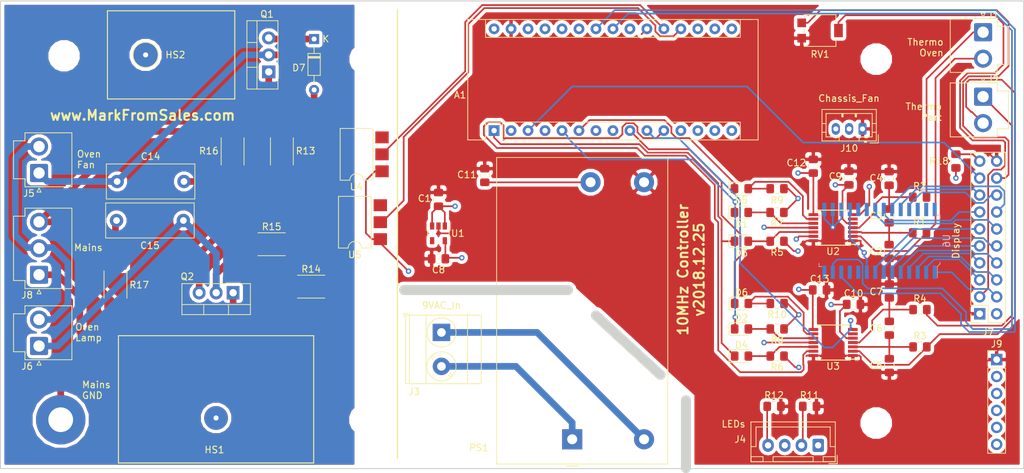
<source format=kicad_pcb>
(kicad_pcb (version 20171130) (host pcbnew "(5.0.1)-4")
  (layers (0 F.Cu signal) (1 In1.Cu signal) (2 In2.Cu signal) (31 B.Cu signal) (34 B.Paste user) (35 F.Paste user) (36 B.SilkS user) (37 F.SilkS user) (38 B.Mask user) (39 F.Mask user) (44 Edge.Cuts user))
  (net 0 "")
  (net 1 "Net-(C2-Pad2)")
  (net 2 "Net-(D1-Pad2)")
  (net 3 "Net-(J2-Pad1)")
  (net 4 "Net-(J2-Pad2)")
  (net 5 /TC_SDI)
  (net 6 +3V3)
  (net 7 /LCD_17)
  (net 8 /LCD_15)
  (net 9 /LCD_16)
  (net 10 /TC_SCK)
  (net 11 /LCD_05)
  (net 12 /LCD_04)
  (net 13 /LCD_11)
  (net 14 /LCD_06)
  (net 15 /LCD_12)
  (net 16 /LCD_13)
  (net 17 /LCD_14)
  (net 18 /LCD_07)
  (net 19 +5V)
  (net 20 /LCD_08)
  (net 21 /LCD_09)
  (net 22 GND)
  (net 23 /LCD_10)
  (net 24 "Net-(C3-Pad2)")
  (net 25 "Net-(C6-Pad2)")
  (net 26 "Net-(D2-Pad2)")
  (net 27 "Net-(D3-Pad2)")
  (net 28 "Net-(D4-Pad2)")
  (net 29 "Net-(D5-Pad2)")
  (net 30 "Net-(D6-Pad2)")
  (net 31 "Net-(D7-Pad2)")
  (net 32 "Net-(J5-Pad2)")
  (net 33 /TC_SDO)
  (net 34 /TC1_CS)
  (net 35 /TC2_CS)
  (net 36 "Net-(J1-Pad2)")
  (net 37 "Net-(J1-Pad1)")
  (net 38 "Net-(J3-Pad1)")
  (net 39 /OVEN_FAN_ON)
  (net 40 /OVEN_LMP_ON)
  (net 41 "Net-(C5-Pad2)")
  (net 42 "Net-(C14-Pad2)")
  (net 43 "Net-(C14-Pad1)")
  (net 44 "Net-(C15-Pad1)")
  (net 45 "Net-(C15-Pad2)")
  (net 46 "Net-(D7-Pad1)")
  (net 47 "Net-(J3-Pad2)")
  (net 48 "Net-(J4-Pad2)")
  (net 49 "Net-(J4-Pad4)")
  (net 50 "Net-(J7-Pad3)")
  (net 51 "Net-(J7-Pad18)")
  (net 52 "Net-(J7-Pad19)")
  (net 53 "Net-(R13-Pad2)")
  (net 54 "Net-(R14-Pad2)")
  (net 55 "Net-(Q2-Pad3)")
  (net 56 "Net-(R14-Pad1)")
  (net 57 /TC1_DRDY)
  (net 58 /SDA)
  (net 59 /TC1_FLT)
  (net 60 /SCK)
  (net 61 /TC2_DRDY)
  (net 62 /TC2_FLT)
  (net 63 /BTN_1)
  (net 64 /BTN_2)
  (net 65 /BTN_3)
  (net 66 /BTN_4)
  (net 67 /BTN_S)
  (net 68 "Net-(J8-Pad3)")
  (net 69 /LED_OVN)
  (net 70 /LED_FAN)
  (net 71 /FAN_PWR)
  (net 72 /FAN_RPM)
  (net 73 "Net-(H8-Pad1)")
  (module Module:Arduino_Nano (layer F.Cu) (at 137.668 89.154 90)
    (fp_text reference A1 (at 5.334 -5.08 180) (layer F.SilkS))
    (fp_text value Arduino_Nano_v3.x)
    (pad 16 thru_hole oval (at 15.24 35.56 90) (size 1.6 1.6) (drill 0.8) (layers *.Cu *.Mask) (net 67 /BTN_S))
    (pad 15 thru_hole oval (at 0 35.56 90) (size 1.6 1.6) (drill 0.8) (layers *.Cu *.Mask) (net 66 /BTN_4))
    (pad 30 thru_hole oval (at 15.24 0 90) (size 1.6 1.6) (drill 0.8) (layers *.Cu *.Mask))
    (pad 14 thru_hole oval (at 0 33.02 90) (size 1.6 1.6) (drill 0.8) (layers *.Cu *.Mask) (net 65 /BTN_3))
    (pad 29 thru_hole oval (at 15.24 2.54 90) (size 1.6 1.6) (drill 0.8) (layers *.Cu *.Mask) (net 22 GND))
    (pad 13 thru_hole oval (at 0 30.48 90) (size 1.6 1.6) (drill 0.8) (layers *.Cu *.Mask) (net 64 /BTN_2))
    (pad 28 thru_hole oval (at 15.24 5.08 90) (size 1.6 1.6) (drill 0.8) (layers *.Cu *.Mask))
    (pad 12 thru_hole oval (at 0 27.94 90) (size 1.6 1.6) (drill 0.8) (layers *.Cu *.Mask) (net 63 /BTN_1))
    (pad 27 thru_hole oval (at 15.24 7.62 90) (size 1.6 1.6) (drill 0.8) (layers *.Cu *.Mask) (net 19 +5V))
    (pad 11 thru_hole oval (at 0 25.4 90) (size 1.6 1.6) (drill 0.8) (layers *.Cu *.Mask) (net 62 /TC2_FLT))
    (pad 26 thru_hole oval (at 15.24 10.16 90) (size 1.6 1.6) (drill 0.8) (layers *.Cu *.Mask) (net 70 /LED_FAN))
    (pad 10 thru_hole oval (at 0 22.86 90) (size 1.6 1.6) (drill 0.8) (layers *.Cu *.Mask) (net 61 /TC2_DRDY))
    (pad 25 thru_hole oval (at 15.24 12.7 90) (size 1.6 1.6) (drill 0.8) (layers *.Cu *.Mask) (net 69 /LED_OVN))
    (pad 9 thru_hole oval (at 0 20.32 90) (size 1.6 1.6) (drill 0.8) (layers *.Cu *.Mask) (net 35 /TC2_CS))
    (pad 24 thru_hole oval (at 15.24 15.24 90) (size 1.6 1.6) (drill 0.8) (layers *.Cu *.Mask) (net 60 /SCK))
    (pad 8 thru_hole oval (at 0 17.78 90) (size 1.6 1.6) (drill 0.8) (layers *.Cu *.Mask) (net 59 /TC1_FLT))
    (pad 23 thru_hole oval (at 15.24 17.78 90) (size 1.6 1.6) (drill 0.8) (layers *.Cu *.Mask) (net 58 /SDA))
    (pad 7 thru_hole oval (at 0 15.24 90) (size 1.6 1.6) (drill 0.8) (layers *.Cu *.Mask) (net 57 /TC1_DRDY))
    (pad 22 thru_hole oval (at 15.24 20.32 90) (size 1.6 1.6) (drill 0.8) (layers *.Cu *.Mask) (net 72 /FAN_RPM))
    (pad 6 thru_hole oval (at 0 12.7 90) (size 1.6 1.6) (drill 0.8) (layers *.Cu *.Mask) (net 34 /TC1_CS))
    (pad 21 thru_hole oval (at 15.24 22.86 90) (size 1.6 1.6) (drill 0.8) (layers *.Cu *.Mask) (net 71 /FAN_PWR))
    (pad 5 thru_hole oval (at 0 10.16 90) (size 1.6 1.6) (drill 0.8) (layers *.Cu *.Mask) (net 10 /TC_SCK))
    (pad 20 thru_hole oval (at 15.24 25.4 90) (size 1.6 1.6) (drill 0.8) (layers *.Cu *.Mask) (net 39 /OVEN_FAN_ON))
    (pad 4 thru_hole oval (at 0 7.62 90) (size 1.6 1.6) (drill 0.8) (layers *.Cu *.Mask))
    (pad 19 thru_hole oval (at 15.24 27.94 90) (size 1.6 1.6) (drill 0.8) (layers *.Cu *.Mask) (net 40 /OVEN_LMP_ON))
    (pad 3 thru_hole oval (at 0 5.08 90) (size 1.6 1.6) (drill 0.8) (layers *.Cu *.Mask) (net 7 /LCD_17))
    (pad 18 thru_hole oval (at 15.24 30.48 90) (size 1.6 1.6) (drill 0.8) (layers *.Cu *.Mask) (net 6 +3V3))
    (pad 2 thru_hole oval (at 0 2.54 90) (size 1.6 1.6) (drill 0.8) (layers *.Cu *.Mask) (net 33 /TC_SDO))
    (pad 17 thru_hole oval (at 15.24 33.02 90) (size 1.6 1.6) (drill 0.8) (layers *.Cu *.Mask))
    (pad 1 thru_hole rect (at 0 0 90) (size 1.6 1.6) (drill 0.8) (layers *.Cu *.Mask) (net 5 /TC_SDI))
  )
  (module Converter_ACDC:Converter_ACDC_MeanWell_IRM-10-xx_THT (layer F.Cu) (at 149.352 135.382 90)
    (fp_text reference PS1 (at -1.27 -13.97 180) (layer F.SilkS))
    (fp_text value IRM-10-5)
    (pad 1 thru_hole rect (at 0 0 90) (size 3 3) (drill 1.5) (layers *.Cu *.Mask) (net 47 "Net-(J3-Pad2)"))
    (pad 4 thru_hole circle (at 38.5 2.75 90) (size 3 3) (drill 1.5) (layers *.Cu *.Mask) (net 19 +5V))
    (pad 2 thru_hole circle (at 0 10.75 90) (size 3 3) (drill 1.5) (layers *.Cu *.Mask) (net 38 "Net-(J3-Pad1)"))
    (pad 3 thru_hole circle (at 38.5 10.75 90) (size 3 3) (drill 1.5) (layers *.Cu *.Mask) (net 22 GND))
  )
  (module Package_SO:TSSOP-14_4.4x5mm_P0.65mm (layer F.Cu) (at 188.388951 120.889584 180)
    (fp_text reference U3 (at 0 -3.55 180) (layer F.SilkS))
    (fp_text value Thermo_31856)
    (pad 14 smd rect (at 2.95 -1.95 180) (size 1.45 0.45) (layers F.Cu F.Paste F.Mask) (net 22 GND))
    (pad 13 smd rect (at 2.95 -1.3 180) (size 1.45 0.45) (layers F.Cu F.Paste F.Mask) (net 62 /TC2_FLT))
    (pad 12 smd rect (at 2.95 -0.65 180) (size 1.45 0.45) (layers F.Cu F.Paste F.Mask) (net 28 "Net-(D4-Pad2)"))
    (pad 11 smd rect (at 2.95 0 180) (size 1.45 0.45) (layers F.Cu F.Paste F.Mask) (net 33 /TC_SDO))
    (pad 10 smd rect (at 2.95 0.65 180) (size 1.45 0.45) (layers F.Cu F.Paste F.Mask) (net 26 "Net-(D2-Pad2)"))
    (pad 9 smd rect (at 2.95 1.3 180) (size 1.45 0.45) (layers F.Cu F.Paste F.Mask) (net 30 "Net-(D6-Pad2)"))
    (pad 8 smd rect (at 2.95 1.95 180) (size 1.45 0.45) (layers F.Cu F.Paste F.Mask) (net 6 +3V3))
    (pad 7 smd rect (at -2.95 1.95 180) (size 1.45 0.45) (layers F.Cu F.Paste F.Mask) (net 61 /TC2_DRDY))
    (pad 6 smd rect (at -2.95 1.3 180) (size 1.45 0.45) (layers F.Cu F.Paste F.Mask))
    (pad 5 smd rect (at -2.95 0.65 180) (size 1.45 0.45) (layers F.Cu F.Paste F.Mask) (net 6 +3V3))
    (pad 4 smd rect (at -2.95 0 180) (size 1.45 0.45) (layers F.Cu F.Paste F.Mask) (net 25 "Net-(C6-Pad2)"))
    (pad 3 smd rect (at -2.95 -0.65 180) (size 1.45 0.45) (layers F.Cu F.Paste F.Mask) (net 41 "Net-(C5-Pad2)"))
    (pad 2 smd rect (at -2.95 -1.3 180) (size 1.45 0.45) (layers F.Cu F.Paste F.Mask) (net 4 "Net-(J2-Pad2)"))
    (pad 1 smd rect (at -2.95 -1.95 180) (size 1.45 0.45) (layers F.Cu F.Paste F.Mask) (net 22 GND))
  )
  (module Resistor_SMD:R_0805_2012Metric_Pad1.15x1.40mm_HandSolder (layer F.Cu) (at 201.327839 104.454974)
    (fp_text reference R1 (at 0 -1.65) (layer F.SilkS))
    (fp_text value 100)
    (pad 2 smd roundrect (at 1.025 0) (size 1.15 1.4) (layers F.Cu F.Paste F.Mask) (roundrect_rratio 0.217391) (net 36 "Net-(J1-Pad2)"))
    (pad 1 smd roundrect (at -1.025 0) (size 1.15 1.4) (layers F.Cu F.Paste F.Mask) (roundrect_rratio 0.217391) (net 1 "Net-(C2-Pad2)"))
  )
  (module Package_TO_SOT_THT:TO-220-3_Vertical (layer F.Cu) (at 98.6282 113.4364 180)
    (fp_text reference Q2 (at 6.858 2.413 180) (layer F.SilkS))
    (fp_text value BT139-600)
    (pad 3 thru_hole oval (at 5.08 0 180) (size 1.905 2) (drill 1.1) (layers *.Cu *.Mask) (net 55 "Net-(Q2-Pad3)"))
    (pad 2 thru_hole oval (at 2.54 0 180) (size 1.905 2) (drill 1.1) (layers *.Cu *.Mask) (net 44 "Net-(C15-Pad1)"))
    (pad 1 thru_hole rect (at 0 0 180) (size 1.905 2) (drill 1.1) (layers *.Cu *.Mask) (net 68 "Net-(J8-Pad3)"))
  )
  (module Package_TO_SOT_THT:TO-220-3_Vertical (layer F.Cu) (at 103.95631 80.356472 90)
    (fp_text reference Q1 (at 8.636 -0.254 -180) (layer F.SilkS))
    (fp_text value BT139-600)
    (pad 3 thru_hole oval (at 5.08 0 90) (size 1.905 2) (drill 1.1) (layers *.Cu *.Mask) (net 46 "Net-(D7-Pad1)"))
    (pad 2 thru_hole oval (at 2.54 0 90) (size 1.905 2) (drill 1.1) (layers *.Cu *.Mask) (net 43 "Net-(C14-Pad1)"))
    (pad 1 thru_hole rect (at 0 0 90) (size 1.905 2) (drill 1.1) (layers *.Cu *.Mask) (net 68 "Net-(J8-Pad3)"))
  )
  (module MountingHole:MountingHole_3.7mm (layer F.Cu) (at 128.33751 132.451872 180)
    (fp_text reference H1 hide)
    (fp_text value MountingHole)
    (pad 1 np_thru_hole circle (at 0 0 180) (size 3.7 3.7) (drill 3.7) (layers *.Cu *.Mask))
  )
  (module MountingHole:MountingHole_3.7mm (layer F.Cu) (at 194.83751 132.951872 180)
    (fp_text reference H2 hide)
    (fp_text value MountingHole)
    (pad 1 np_thru_hole circle (at 0 0 180) (size 3.7 3.7) (drill 3.7) (layers *.Cu *.Mask))
  )
  (module MountingHole:MountingHole_3.7mm (layer F.Cu) (at 128.83751 78.451872 180)
    (fp_text reference H3 hide)
    (fp_text value MountingHole)
    (pad 1 np_thru_hole circle (at 0 0 180) (size 3.7 3.7) (drill 3.7) (layers *.Cu *.Mask))
  )
  (module MountingHole:MountingHole_3.7mm (layer F.Cu) (at 194.83751 78.451872 180)
    (fp_text reference H4 hide)
    (fp_text value MountingHole)
    (pad 1 np_thru_hole circle (at 0 0 180) (size 3.7 3.7) (drill 3.7) (layers *.Cu *.Mask))
  )
  (module MountingHole:MountingHole_3.7mm (layer F.Cu) (at 118.33751 132.451872 180)
    (fp_text reference H5 hide)
    (fp_text value MountingHole)
    (pad 1 np_thru_hole circle (at 0 0 180) (size 3.7 3.7) (drill 3.7) (layers *.Cu *.Mask))
  )
  (module MountingHole:MountingHole_3.7mm (layer F.Cu) (at 73.33751 77.951872 180)
    (fp_text reference H6 hide)
    (fp_text value MountingHole)
    (pad 1 np_thru_hole circle (at 0 0 180) (size 3.7 3.7) (drill 3.7) (layers *.Cu *.Mask))
  )
  (module MountingHole:MountingHole_3.7mm (layer F.Cu) (at 118.37091 78.451872 180)
    (fp_text reference H7 hide)
    (fp_text value MountingHole)
    (pad 1 np_thru_hole circle (at 0 0 180) (size 3.7 3.7) (drill 3.7) (layers *.Cu *.Mask))
  )
  (module Capacitor_SMD:C_0805_2012Metric_Pad1.15x1.40mm_HandSolder (layer F.Cu) (at 196.796351 124.352984 90)
    (fp_text reference C5 (at 0 -1.978351 180) (layer F.SilkS))
    (fp_text value 0.01u)
    (pad 2 smd roundrect (at 1.025 0 90) (size 1.15 1.4) (layers F.Cu F.Paste F.Mask) (roundrect_rratio 0.217391) (net 41 "Net-(C5-Pad2)"))
    (pad 1 smd roundrect (at -1.025 0 90) (size 1.15 1.4) (layers F.Cu F.Paste F.Mask) (roundrect_rratio 0.217391) (net 22 GND))
  )
  (module Capacitor_SMD:C_0805_2012Metric_Pad1.15x1.40mm_HandSolder (layer F.Cu) (at 196.796351 118.746984 90)
    (fp_text reference C6 (at 0 -1.978351 180) (layer F.SilkS))
    (fp_text value 0.1u)
    (pad 2 smd roundrect (at 1.025 0 90) (size 1.15 1.4) (layers F.Cu F.Paste F.Mask) (roundrect_rratio 0.217391) (net 25 "Net-(C6-Pad2)"))
    (pad 1 smd roundrect (at -1.025 0 90) (size 1.15 1.4) (layers F.Cu F.Paste F.Mask) (roundrect_rratio 0.217391) (net 41 "Net-(C5-Pad2)"))
  )
  (module Capacitor_SMD:C_0805_2012Metric_Pad1.15x1.40mm_HandSolder (layer F.Cu) (at 196.796351 113.167984 90)
    (fp_text reference C7 (at -0.116016 -1.978351 180) (layer F.SilkS))
    (fp_text value 0.01u)
    (pad 2 smd roundrect (at 1.025 0 90) (size 1.15 1.4) (layers F.Cu F.Paste F.Mask) (roundrect_rratio 0.217391) (net 22 GND))
    (pad 1 smd roundrect (at -1.025 0 90) (size 1.15 1.4) (layers F.Cu F.Paste F.Mask) (roundrect_rratio 0.217391) (net 25 "Net-(C6-Pad2)"))
  )
  (module Capacitor_SMD:C_0805_2012Metric_Pad1.15x1.40mm_HandSolder (layer F.Cu) (at 129.356532 108.352279 180)
    (fp_text reference C8 (at 0 -1.65 180) (layer F.SilkS))
    (fp_text value 10u)
    (pad 2 smd roundrect (at 1.025 0 180) (size 1.15 1.4) (layers F.Cu F.Paste F.Mask) (roundrect_rratio 0.217391) (net 22 GND))
    (pad 1 smd roundrect (at -1.025 0 180) (size 1.15 1.4) (layers F.Cu F.Paste F.Mask) (roundrect_rratio 0.217391) (net 6 +3V3))
  )
  (module Capacitor_SMD:C_0805_2012Metric_Pad1.15x1.40mm_HandSolder (layer F.Cu) (at 190.754 96.257 90)
    (fp_text reference C9 (at 0.245 -2.032 180) (layer F.SilkS))
    (fp_text value 0.1u)
    (pad 2 smd roundrect (at 1.025 0 90) (size 1.15 1.4) (layers F.Cu F.Paste F.Mask) (roundrect_rratio 0.217391) (net 22 GND))
    (pad 1 smd roundrect (at -1.025 0 90) (size 1.15 1.4) (layers F.Cu F.Paste F.Mask) (roundrect_rratio 0.217391) (net 6 +3V3))
  )
  (module Capacitor_SMD:C_0805_2012Metric_Pad1.15x1.40mm_HandSolder (layer F.Cu) (at 191.445951 115.174584)
    (fp_text reference C10 (at 0 -1.65) (layer F.SilkS))
    (fp_text value 0.1u)
    (pad 2 smd roundrect (at 1.025 0) (size 1.15 1.4) (layers F.Cu F.Paste F.Mask) (roundrect_rratio 0.217391) (net 22 GND))
    (pad 1 smd roundrect (at -1.025 0) (size 1.15 1.4) (layers F.Cu F.Paste F.Mask) (roundrect_rratio 0.217391) (net 6 +3V3))
  )
  (module Capacitor_SMD:C_0805_2012Metric_Pad1.15x1.40mm_HandSolder (layer F.Cu) (at 136.271 95.876 90)
    (fp_text reference C11 (at 0.118 -2.667 180) (layer F.SilkS))
    (fp_text value 1000u)
    (pad 2 smd roundrect (at 1.025 0 90) (size 1.15 1.4) (layers F.Cu F.Paste F.Mask) (roundrect_rratio 0.217391) (net 22 GND))
    (pad 1 smd roundrect (at -1.025 0 90) (size 1.15 1.4) (layers F.Cu F.Paste F.Mask) (roundrect_rratio 0.217391) (net 19 +5V))
  )
  (module Capacitor_SMD:C_0805_2012Metric_Pad1.15x1.40mm_HandSolder (layer F.Cu) (at 185.42 94.488 90)
    (fp_text reference C12 (at 0.508 -2.54 180) (layer F.SilkS))
    (fp_text value 0.1u)
    (pad 2 smd roundrect (at 1.025 0 90) (size 1.15 1.4) (layers F.Cu F.Paste F.Mask) (roundrect_rratio 0.217391) (net 22 GND))
    (pad 1 smd roundrect (at -1.025 0 90) (size 1.15 1.4) (layers F.Cu F.Paste F.Mask) (roundrect_rratio 0.217391) (net 6 +3V3))
  )
  (module Capacitor_SMD:C_0805_2012Metric_Pad1.15x1.40mm_HandSolder (layer F.Cu) (at 186.365951 113.015584)
    (fp_text reference C13 (at 0 -1.65) (layer F.SilkS))
    (fp_text value 0.1u)
    (pad 2 smd roundrect (at 1.025 0) (size 1.15 1.4) (layers F.Cu F.Paste F.Mask) (roundrect_rratio 0.217391) (net 22 GND))
    (pad 1 smd roundrect (at -1.025 0) (size 1.15 1.4) (layers F.Cu F.Paste F.Mask) (roundrect_rratio 0.217391) (net 6 +3V3))
  )
  (module Diode_SMD:D_0805_2012Metric_Pad1.15x1.40mm_HandSolder (layer F.Cu) (at 174.681951 118.857584)
    (fp_text reference D2 (at 0 -1.65) (layer F.SilkS))
    (fp_text value 1N4148)
    (pad 2 smd roundrect (at 1.025 0) (size 1.15 1.4) (layers F.Cu F.Paste F.Mask) (roundrect_rratio 0.217391) (net 26 "Net-(D2-Pad2)"))
    (pad 1 smd roundrect (at -1.025 0) (size 1.15 1.4) (layers F.Cu F.Paste F.Mask) (roundrect_rratio 0.217391) (net 10 /TC_SCK))
  )
  (module Diode_SMD:D_0805_2012Metric_Pad1.15x1.40mm_HandSolder (layer F.Cu) (at 174.657839 105.724974)
    (fp_text reference D3 (at 0.009 1.778) (layer F.SilkS))
    (fp_text value 1N4148)
    (pad 2 smd roundrect (at 1.025 0) (size 1.15 1.4) (layers F.Cu F.Paste F.Mask) (roundrect_rratio 0.217391) (net 27 "Net-(D3-Pad2)"))
    (pad 1 smd roundrect (at -1.025 0) (size 1.15 1.4) (layers F.Cu F.Paste F.Mask) (roundrect_rratio 0.217391) (net 5 /TC_SDI))
  )
  (module Diode_SMD:D_0805_2012Metric_Pad1.15x1.40mm_HandSolder (layer F.Cu) (at 174.657839 97.850974)
    (fp_text reference D5 (at 0.009 1.717026) (layer F.SilkS))
    (fp_text value 1N4148)
    (pad 2 smd roundrect (at 1.025 0) (size 1.15 1.4) (layers F.Cu F.Paste F.Mask) (roundrect_rratio 0.217391) (net 29 "Net-(D5-Pad2)"))
    (pad 1 smd roundrect (at -1.025 0) (size 1.15 1.4) (layers F.Cu F.Paste F.Mask) (roundrect_rratio 0.217391) (net 34 /TC1_CS))
  )
  (module Diode_SMD:D_0805_2012Metric_Pad1.15x1.40mm_HandSolder (layer F.Cu) (at 174.681951 115.047584)
    (fp_text reference D6 (at 0 -1.65) (layer F.SilkS))
    (fp_text value 1N4148)
    (pad 2 smd roundrect (at 1.025 0) (size 1.15 1.4) (layers F.Cu F.Paste F.Mask) (roundrect_rratio 0.217391) (net 30 "Net-(D6-Pad2)"))
    (pad 1 smd roundrect (at -1.025 0) (size 1.15 1.4) (layers F.Cu F.Paste F.Mask) (roundrect_rratio 0.217391) (net 35 /TC2_CS))
  )
  (module Resistor_SMD:R_0805_2012Metric_Pad1.15x1.40mm_HandSolder (layer F.Cu) (at 179.991839 101.406974 180)
    (fp_text reference R7 (at 0 -1.65 180) (layer F.SilkS))
    (fp_text value 10K)
    (pad 2 smd roundrect (at 1.025 0 180) (size 1.15 1.4) (layers F.Cu F.Paste F.Mask) (roundrect_rratio 0.217391) (net 2 "Net-(D1-Pad2)"))
    (pad 1 smd roundrect (at -1.025 0 180) (size 1.15 1.4) (layers F.Cu F.Paste F.Mask) (roundrect_rratio 0.217391) (net 6 +3V3))
  )
  (module Resistor_SMD:R_0805_2012Metric_Pad1.15x1.40mm_HandSolder (layer F.Cu) (at 180.015951 118.857584 180)
    (fp_text reference R8 (at 0 -1.65 180) (layer F.SilkS))
    (fp_text value 10K)
    (pad 2 smd roundrect (at 1.025 0 180) (size 1.15 1.4) (layers F.Cu F.Paste F.Mask) (roundrect_rratio 0.217391) (net 26 "Net-(D2-Pad2)"))
    (pad 1 smd roundrect (at -1.025 0 180) (size 1.15 1.4) (layers F.Cu F.Paste F.Mask) (roundrect_rratio 0.217391) (net 6 +3V3))
  )
  (module Resistor_SMD:R_0805_2012Metric_Pad1.15x1.40mm_HandSolder (layer F.Cu) (at 184.87171 130.445272)
    (fp_text reference R11 (at 0 -1.65) (layer F.SilkS))
    (fp_text value 390)
    (pad 2 smd roundrect (at 1.025 0) (size 1.15 1.4) (layers F.Cu F.Paste F.Mask) (roundrect_rratio 0.217391) (net 22 GND))
    (pad 1 smd roundrect (at -1.025 0) (size 1.15 1.4) (layers F.Cu F.Paste F.Mask) (roundrect_rratio 0.217391) (net 48 "Net-(J4-Pad2)"))
  )
  (module Resistor_SMD:R_0805_2012Metric_Pad1.15x1.40mm_HandSolder (layer F.Cu) (at 179.54671 130.445272)
    (fp_text reference R12 (at 0 -1.65) (layer F.SilkS))
    (fp_text value 390)
    (pad 2 smd roundrect (at 1.025 0) (size 1.15 1.4) (layers F.Cu F.Paste F.Mask) (roundrect_rratio 0.217391) (net 22 GND))
    (pad 1 smd roundrect (at -1.025 0) (size 1.15 1.4) (layers F.Cu F.Paste F.Mask) (roundrect_rratio 0.217391) (net 49 "Net-(J4-Pad4)"))
  )
  (module Resistor_SMD:R_0805_2012Metric_Pad1.15x1.40mm_HandSolder (layer F.Cu) (at 206.756 93.717 270)
    (fp_text reference R18 (at 0.009 2.54) (layer F.SilkS))
    (fp_text value 250)
    (pad 2 smd roundrect (at 1.025 0 270) (size 1.15 1.4) (layers F.Cu F.Paste F.Mask) (roundrect_rratio 0.217391) (net 19 +5V))
    (pad 1 smd roundrect (at -1.025 0 270) (size 1.15 1.4) (layers F.Cu F.Paste F.Mask) (roundrect_rratio 0.217391) (net 52 "Net-(J7-Pad19)"))
  )
  (module Potentiometer_SMD:Potentiometer_Bourns_3314G_Vertical (layer F.Cu) (at 186.436 74.168 90)
    (fp_text reference RV1 (at -3.556 0 180) (layer F.SilkS))
    (fp_text value R_POT)
    (pad 3 smd rect (at -1.15 -2.75 90) (size 1.3 1.3) (layers F.Cu F.Paste F.Mask) (net 22 GND))
    (pad 2 smd rect (at 0 2.75 90) (size 2 1.3) (layers F.Cu F.Paste F.Mask) (net 50 "Net-(J7-Pad3)"))
    (pad 1 smd rect (at 1.15 -2.75 90) (size 1.3 1.3) (layers F.Cu F.Paste F.Mask) (net 51 "Net-(J7-Pad18)"))
  )
  (module Capacitor_SMD:C_0805_2012Metric_Pad1.15x1.40mm_HandSolder (layer F.Cu) (at 129.347532 99.453279 90)
    (fp_text reference C1 (at 0.139279 -2.093532 180) (layer F.SilkS))
    (fp_text value 10u)
    (pad 2 smd roundrect (at 1.025 0 90) (size 1.15 1.4) (layers F.Cu F.Paste F.Mask) (roundrect_rratio 0.217391) (net 22 GND))
    (pad 1 smd roundrect (at -1.025 0 90) (size 1.15 1.4) (layers F.Cu F.Paste F.Mask) (roundrect_rratio 0.217391) (net 19 +5V))
  )
  (module Capacitor_SMD:C_0805_2012Metric_Pad1.15x1.40mm_HandSolder (layer F.Cu) (at 196.764839 107.257974 90)
    (fp_text reference C2 (at 0 -1.946839 180) (layer F.SilkS))
    (fp_text value 0.01u)
    (pad 2 smd roundrect (at 1.025 0 90) (size 1.15 1.4) (layers F.Cu F.Paste F.Mask) (roundrect_rratio 0.217391) (net 1 "Net-(C2-Pad2)"))
    (pad 1 smd roundrect (at -1.025 0 90) (size 1.15 1.4) (layers F.Cu F.Paste F.Mask) (roundrect_rratio 0.217391) (net 22 GND))
  )
  (module Diode_SMD:D_0805_2012Metric_Pad1.15x1.40mm_HandSolder (layer F.Cu) (at 174.657839 101.406974)
    (fp_text reference D1 (at 0.009 1.778) (layer F.SilkS))
    (fp_text value 1N4148)
    (pad 2 smd roundrect (at 1.025 0) (size 1.15 1.4) (layers F.Cu F.Paste F.Mask) (roundrect_rratio 0.217391) (net 2 "Net-(D1-Pad2)"))
    (pad 1 smd roundrect (at -1.025 0) (size 1.15 1.4) (layers F.Cu F.Paste F.Mask) (roundrect_rratio 0.217391) (net 10 /TC_SCK))
  )
  (module Resistor_SMD:R_0805_2012Metric_Pad1.15x1.40mm_HandSolder (layer F.Cu) (at 201.377351 121.549984)
    (fp_text reference R3 (at 0 -1.65) (layer F.SilkS))
    (fp_text value 100)
    (pad 2 smd roundrect (at 1.025 0) (size 1.15 1.4) (layers F.Cu F.Paste F.Mask) (roundrect_rratio 0.217391) (net 4 "Net-(J2-Pad2)"))
    (pad 1 smd roundrect (at -1.025 0) (size 1.15 1.4) (layers F.Cu F.Paste F.Mask) (roundrect_rratio 0.217391) (net 41 "Net-(C5-Pad2)"))
  )
  (module Resistor_SMD:R_0805_2012Metric_Pad1.15x1.40mm_HandSolder (layer F.Cu) (at 201.377351 115.961984)
    (fp_text reference R4 (at 0 -1.65) (layer F.SilkS))
    (fp_text value 100)
    (pad 2 smd roundrect (at 1.025 0) (size 1.15 1.4) (layers F.Cu F.Paste F.Mask) (roundrect_rratio 0.217391) (net 3 "Net-(J2-Pad1)"))
    (pad 1 smd roundrect (at -1.025 0) (size 1.15 1.4) (layers F.Cu F.Paste F.Mask) (roundrect_rratio 0.217391) (net 25 "Net-(C6-Pad2)"))
  )
  (module Resistor_SMD:R_0805_2012Metric_Pad1.15x1.40mm_HandSolder (layer F.Cu) (at 180.000839 105.724974 180)
    (fp_text reference R5 (at 0 -1.65 180) (layer F.SilkS))
    (fp_text value 10K)
    (pad 2 smd roundrect (at 1.025 0 180) (size 1.15 1.4) (layers F.Cu F.Paste F.Mask) (roundrect_rratio 0.217391) (net 27 "Net-(D3-Pad2)"))
    (pad 1 smd roundrect (at -1.025 0 180) (size 1.15 1.4) (layers F.Cu F.Paste F.Mask) (roundrect_rratio 0.217391) (net 6 +3V3))
  )
  (module Package_SO:TSSOP-14_4.4x5mm_P0.65mm (layer F.Cu) (at 188.382839 103.692974 180)
    (fp_text reference U2 (at 0 -3.55 180) (layer F.SilkS))
    (fp_text value Thermo_31856)
    (pad 14 smd rect (at 2.95 -1.95 180) (size 1.45 0.45) (layers F.Cu F.Paste F.Mask) (net 22 GND))
    (pad 13 smd rect (at 2.95 -1.3 180) (size 1.45 0.45) (layers F.Cu F.Paste F.Mask) (net 59 /TC1_FLT))
    (pad 12 smd rect (at 2.95 -0.65 180) (size 1.45 0.45) (layers F.Cu F.Paste F.Mask) (net 27 "Net-(D3-Pad2)"))
    (pad 11 smd rect (at 2.95 0 180) (size 1.45 0.45) (layers F.Cu F.Paste F.Mask) (net 33 /TC_SDO))
    (pad 10 smd rect (at 2.95 0.65 180) (size 1.45 0.45) (layers F.Cu F.Paste F.Mask) (net 2 "Net-(D1-Pad2)"))
    (pad 9 smd rect (at 2.95 1.3 180) (size 1.45 0.45) (layers F.Cu F.Paste F.Mask) (net 29 "Net-(D5-Pad2)"))
    (pad 8 smd rect (at 2.95 1.95 180) (size 1.45 0.45) (layers F.Cu F.Paste F.Mask) (net 6 +3V3))
    (pad 7 smd rect (at -2.95 1.95 180) (size 1.45 0.45) (layers F.Cu F.Paste F.Mask) (net 57 /TC1_DRDY))
    (pad 6 smd rect (at -2.95 1.3 180) (size 1.45 0.45) (layers F.Cu F.Paste F.Mask))
    (pad 5 smd rect (at -2.95 0.65 180) (size 1.45 0.45) (layers F.Cu F.Paste F.Mask) (net 6 +3V3))
    (pad 4 smd rect (at -2.95 0 180) (size 1.45 0.45) (layers F.Cu F.Paste F.Mask) (net 24 "Net-(C3-Pad2)"))
    (pad 3 smd rect (at -2.95 -0.65 180) (size 1.45 0.45) (layers F.Cu F.Paste F.Mask) (net 1 "Net-(C2-Pad2)"))
    (pad 2 smd rect (at -2.95 -1.3 180) (size 1.45 0.45) (layers F.Cu F.Paste F.Mask) (net 36 "Net-(J1-Pad2)"))
    (pad 1 smd rect (at -2.95 -1.95 180) (size 1.45 0.45) (layers F.Cu F.Paste F.Mask) (net 22 GND))
  )
  (module Capacitor_SMD:C_0805_2012Metric_Pad1.15x1.40mm_HandSolder (layer F.Cu) (at 196.764839 101.923974 90)
    (fp_text reference C3 (at 0 -1.946839 180) (layer F.SilkS))
    (fp_text value 0.1u)
    (pad 2 smd roundrect (at 1.025 0 90) (size 1.15 1.4) (layers F.Cu F.Paste F.Mask) (roundrect_rratio 0.217391) (net 24 "Net-(C3-Pad2)"))
    (pad 1 smd roundrect (at -1.025 0 90) (size 1.15 1.4) (layers F.Cu F.Paste F.Mask) (roundrect_rratio 0.217391) (net 1 "Net-(C2-Pad2)"))
  )
  (module Capacitor_SMD:C_0805_2012Metric_Pad1.15x1.40mm_HandSolder (layer F.Cu) (at 196.764839 96.317974 90)
    (fp_text reference C4 (at 0.051974 -1.946839 180) (layer F.SilkS))
    (fp_text value 0.01u)
    (pad 2 smd roundrect (at 1.025 0 90) (size 1.15 1.4) (layers F.Cu F.Paste F.Mask) (roundrect_rratio 0.217391) (net 22 GND))
    (pad 1 smd roundrect (at -1.025 0 90) (size 1.15 1.4) (layers F.Cu F.Paste F.Mask) (roundrect_rratio 0.217391) (net 24 "Net-(C3-Pad2)"))
  )
  (module Capacitor_THT:C_Rect_L13.0mm_W5.0mm_P10.00mm_FKS3_FKP3_MKS4 (layer F.Cu) (at 81.28 96.774)
    (fp_text reference C14 (at 5 -3.75) (layer F.SilkS))
    (fp_text value 0.1u)
    (pad 2 thru_hole circle (at 10 0) (size 2 2) (drill 1) (layers *.Cu *.Mask) (net 42 "Net-(C14-Pad2)"))
    (pad 1 thru_hole circle (at 0 0) (size 2 2) (drill 1) (layers *.Cu *.Mask) (net 43 "Net-(C14-Pad1)"))
  )
  (module Capacitor_THT:C_Rect_L13.0mm_W5.0mm_P10.00mm_FKS3_FKP3_MKS4 (layer F.Cu) (at 91.186 102.616 180)
    (fp_text reference C15 (at 5 -3.75 180) (layer F.SilkS))
    (fp_text value 0.1u)
    (pad 2 thru_hole circle (at 10 0 180) (size 2 2) (drill 1) (layers *.Cu *.Mask) (net 45 "Net-(C15-Pad2)"))
    (pad 1 thru_hole circle (at 0 0 180) (size 2 2) (drill 1) (layers *.Cu *.Mask) (net 44 "Net-(C15-Pad1)"))
  )
  (module Diode_SMD:D_0805_2012Metric_Pad1.15x1.40mm_HandSolder (layer F.Cu) (at 174.681951 122.921584)
    (fp_text reference D4 (at 0 -1.65) (layer F.SilkS))
    (fp_text value 1N4148)
    (pad 2 smd roundrect (at 1.025 0) (size 1.15 1.4) (layers F.Cu F.Paste F.Mask) (roundrect_rratio 0.217391) (net 28 "Net-(D4-Pad2)"))
    (pad 1 smd roundrect (at -1.025 0) (size 1.15 1.4) (layers F.Cu F.Paste F.Mask) (roundrect_rratio 0.217391) (net 5 /TC_SDI))
  )
  (module Diode_THT:D_DO-34_SOD68_P7.62mm_Horizontal (layer F.Cu) (at 110.744 75.438 270)
    (fp_text reference D7 (at 4.318 2.286) (layer F.SilkS))
    (fp_text value DIAC)
    (fp_text user K (at 0 -1.75) (layer F.SilkS))
    (pad 2 thru_hole oval (at 7.62 0 270) (size 1.5 1.5) (drill 0.75) (layers *.Cu *.Mask) (net 31 "Net-(D7-Pad2)"))
    (pad 1 thru_hole rect (at 0 0 270) (size 1.5 1.5) (drill 0.75) (layers *.Cu *.Mask) (net 46 "Net-(D7-Pad1)"))
  )
  (module Connector_JST:JST_XH_B04B-XH-A_1x04_P2.50mm_Vertical (layer F.Cu) (at 186.15071 136.287272 180)
    (fp_text reference J4 (at 11.65271 0.905272 180) (layer F.SilkS))
    (fp_text value LEDs)
    (pad 4 thru_hole oval (at 7.5 0 180) (size 1.7 1.95) (drill 0.95) (layers *.Cu *.Mask) (net 49 "Net-(J4-Pad4)"))
    (pad 3 thru_hole oval (at 5 0 180) (size 1.7 1.95) (drill 0.95) (layers *.Cu *.Mask) (net 69 /LED_OVN))
    (pad 2 thru_hole oval (at 2.5 0 180) (size 1.7 1.95) (drill 0.95) (layers *.Cu *.Mask) (net 48 "Net-(J4-Pad2)"))
    (pad 1 thru_hole roundrect (at 0 0 180) (size 1.7 1.95) (drill 0.95) (layers *.Cu *.Mask) (roundrect_rratio 0.147059) (net 70 /LED_FAN))
  )
  (module Connector_JST:JST_VH_B2P-VH-B_1x02_P3.96mm_Vertical (layer F.Cu) (at 69.596 95.504 90)
    (fp_text reference J5 (at -3.048 -1.524 180) (layer F.SilkS))
    (fp_text value OVEN_FAN_PWR)
    (pad 2 thru_hole circle (at 3.96 0 90) (size 2.7 2.7) (drill 1.7) (layers *.Cu *.Mask) (net 32 "Net-(J5-Pad2)"))
    (pad 1 thru_hole roundrect (at 0 0 90) (size 2.7 2.7) (drill 1.7) (layers *.Cu *.Mask) (roundrect_rratio 0.09259299999999999) (net 43 "Net-(C14-Pad1)"))
  )
  (module Connector_JST:JST_VH_B2P-VH-B_1x02_P3.96mm_Vertical (layer F.Cu) (at 69.596 121.412 90)
    (fp_text reference J6 (at -3.048 -1.778 180) (layer F.SilkS))
    (fp_text value OVEN_LMP_PWR)
    (pad 2 thru_hole circle (at 3.96 0 90) (size 2.7 2.7) (drill 1.7) (layers *.Cu *.Mask) (net 32 "Net-(J5-Pad2)"))
    (pad 1 thru_hole roundrect (at 0 0 90) (size 2.7 2.7) (drill 1.7) (layers *.Cu *.Mask) (roundrect_rratio 0.09259299999999999) (net 44 "Net-(C15-Pad1)"))
  )
  (module Connector_PinSocket_2.54mm:PinSocket_2x10_P2.54mm_Vertical (layer F.Cu) (at 210.312 116.586 180)
    (fp_text reference J7 (at -1.27 -2.77 180) (layer F.SilkS))
    (fp_text value PinSocket_2x10)
    (pad 20 thru_hole oval (at -2.54 22.86 180) (size 1.7 1.7) (drill 1) (layers *.Cu *.Mask) (net 22 GND))
    (pad 19 thru_hole oval (at 0 22.86 180) (size 1.7 1.7) (drill 1) (layers *.Cu *.Mask) (net 52 "Net-(J7-Pad19)"))
    (pad 18 thru_hole oval (at -2.54 20.32 180) (size 1.7 1.7) (drill 1) (layers *.Cu *.Mask) (net 51 "Net-(J7-Pad18)"))
    (pad 17 thru_hole oval (at 0 20.32 180) (size 1.7 1.7) (drill 1) (layers *.Cu *.Mask) (net 7 /LCD_17))
    (pad 16 thru_hole oval (at -2.54 17.78 180) (size 1.7 1.7) (drill 1) (layers *.Cu *.Mask) (net 9 /LCD_16))
    (pad 15 thru_hole oval (at 0 17.78 180) (size 1.7 1.7) (drill 1) (layers *.Cu *.Mask) (net 8 /LCD_15))
    (pad 14 thru_hole oval (at -2.54 15.24 180) (size 1.7 1.7) (drill 1) (layers *.Cu *.Mask) (net 17 /LCD_14))
    (pad 13 thru_hole oval (at 0 15.24 180) (size 1.7 1.7) (drill 1) (layers *.Cu *.Mask) (net 16 /LCD_13))
    (pad 12 thru_hole oval (at -2.54 12.7 180) (size 1.7 1.7) (drill 1) (layers *.Cu *.Mask) (net 15 /LCD_12))
    (pad 11 thru_hole oval (at 0 12.7 180) (size 1.7 1.7) (drill 1) (layers *.Cu *.Mask) (net 13 /LCD_11))
    (pad 10 thru_hole oval (at -2.54 10.16 180) (size 1.7 1.7) (drill 1) (layers *.Cu *.Mask) (net 23 /LCD_10))
    (pad 9 thru_hole oval (at 0 10.16 180) (size 1.7 1.7) (drill 1) (layers *.Cu *.Mask) (net 21 /LCD_09))
    (pad 8 thru_hole oval (at -2.54 7.62 180) (size 1.7 1.7) (drill 1) (layers *.Cu *.Mask) (net 20 /LCD_08))
    (pad 7 thru_hole oval (at 0 7.62 180) (size 1.7 1.7) (drill 1) (layers *.Cu *.Mask) (net 18 /LCD_07))
    (pad 6 thru_hole oval (at -2.54 5.08 180) (size 1.7 1.7) (drill 1) (layers *.Cu *.Mask) (net 14 /LCD_06))
    (pad 5 thru_hole oval (at 0 5.08 180) (size 1.7 1.7) (drill 1) (layers *.Cu *.Mask) (net 11 /LCD_05))
    (pad 4 thru_hole oval (at -2.54 2.54 180) (size 1.7 1.7) (drill 1) (layers *.Cu *.Mask) (net 12 /LCD_04))
    (pad 3 thru_hole oval (at 0 2.54 180) (size 1.7 1.7) (drill 1) (layers *.Cu *.Mask) (net 50 "Net-(J7-Pad3)"))
    (pad 2 thru_hole oval (at -2.54 0 180) (size 1.7 1.7) (drill 1) (layers *.Cu *.Mask) (net 19 +5V))
    (pad 1 thru_hole rect (at 0 0 180) (size 1.7 1.7) (drill 1) (layers *.Cu *.Mask) (net 22 GND))
  )
  (module Connector_JST:JST_VH_B3P-VH-B_1x03_P3.96mm_Vertical (layer F.Cu) (at 69.596 110.744 90)
    (fp_text reference J8 (at -3.048 -1.778 180) (layer F.SilkS))
    (fp_text value 110VAC_IN)
    (pad 3 thru_hole circle (at 7.92 0 90) (size 2.7 2.7) (drill 1.7) (layers *.Cu *.Mask) (net 68 "Net-(J8-Pad3)"))
    (pad 2 thru_hole circle (at 3.96 0 90) (size 2.7 2.7) (drill 1.7) (layers *.Cu *.Mask) (net 32 "Net-(J5-Pad2)"))
    (pad 1 thru_hole roundrect (at 0 0 90) (size 2.7 2.7) (drill 1.7) (layers *.Cu *.Mask) (roundrect_rratio 0.09259299999999999) (net 73 "Net-(H8-Pad1)"))
  )
  (module Resistor_SMD:R_0805_2012Metric_Pad1.15x1.40mm_HandSolder (layer F.Cu) (at 201.336839 99.120974)
    (fp_text reference R2 (at 0 -1.65) (layer F.SilkS))
    (fp_text value 100)
    (pad 2 smd roundrect (at 1.025 0) (size 1.15 1.4) (layers F.Cu F.Paste F.Mask) (roundrect_rratio 0.217391) (net 37 "Net-(J1-Pad1)"))
    (pad 1 smd roundrect (at -1.025 0) (size 1.15 1.4) (layers F.Cu F.Paste F.Mask) (roundrect_rratio 0.217391) (net 24 "Net-(C3-Pad2)"))
  )
  (module Resistor_SMD:R_0805_2012Metric_Pad1.15x1.40mm_HandSolder (layer F.Cu) (at 180.015951 122.921584 180)
    (fp_text reference R6 (at 0 -1.65 180) (layer F.SilkS))
    (fp_text value 10K)
    (pad 2 smd roundrect (at 1.025 0 180) (size 1.15 1.4) (layers F.Cu F.Paste F.Mask) (roundrect_rratio 0.217391) (net 28 "Net-(D4-Pad2)"))
    (pad 1 smd roundrect (at -1.025 0 180) (size 1.15 1.4) (layers F.Cu F.Paste F.Mask) (roundrect_rratio 0.217391) (net 6 +3V3))
  )
  (module Resistor_SMD:R_0805_2012Metric_Pad1.15x1.40mm_HandSolder (layer F.Cu) (at 180.000839 97.850974 180)
    (fp_text reference R9 (at 0 -1.717026 180) (layer F.SilkS))
    (fp_text value 10K)
    (pad 2 smd roundrect (at 1.025 0 180) (size 1.15 1.4) (layers F.Cu F.Paste F.Mask) (roundrect_rratio 0.217391) (net 29 "Net-(D5-Pad2)"))
    (pad 1 smd roundrect (at -1.025 0 180) (size 1.15 1.4) (layers F.Cu F.Paste F.Mask) (roundrect_rratio 0.217391) (net 6 +3V3))
  )
  (module Resistor_SMD:R_0805_2012Metric_Pad1.15x1.40mm_HandSolder (layer F.Cu) (at 180.015951 115.047584 180)
    (fp_text reference R10 (at 0 -1.65 180) (layer F.SilkS))
    (fp_text value 10K)
    (pad 2 smd roundrect (at 1.025 0 180) (size 1.15 1.4) (layers F.Cu F.Paste F.Mask) (roundrect_rratio 0.217391) (net 30 "Net-(D6-Pad2)"))
    (pad 1 smd roundrect (at -1.025 0 180) (size 1.15 1.4) (layers F.Cu F.Paste F.Mask) (roundrect_rratio 0.217391) (net 6 +3V3))
  )
  (module Package_TO_SOT_SMD:SOT-23-5 (layer F.Cu) (at 129.347532 104.542279 270)
    (fp_text reference U1 (at 0 -2.9) (layer F.SilkS))
    (fp_text value MIC5219-3.3YM5)
    (pad 5 smd rect (at 1.1 -0.95 270) (size 1.06 0.65) (layers F.Cu F.Paste F.Mask) (net 6 +3V3))
    (pad 4 smd rect (at 1.1 0.95 270) (size 1.06 0.65) (layers F.Cu F.Paste F.Mask))
    (pad 3 smd rect (at -1.1 0.95 270) (size 1.06 0.65) (layers F.Cu F.Paste F.Mask) (net 19 +5V))
    (pad 2 smd rect (at -1.1 0 270) (size 1.06 0.65) (layers F.Cu F.Paste F.Mask) (net 22 GND))
    (pad 1 smd rect (at -1.1 -0.95 270) (size 1.06 0.65) (layers F.Cu F.Paste F.Mask) (net 19 +5V))
  )
  (module Resistor_SMD:R_2512_6332Metric_Pad1.52x3.35mm_HandSolder (layer F.Cu) (at 105.918 92.2625 270)
    (fp_text reference R13 (at -0.0605 -3.556) (layer F.SilkS))
    (fp_text value 300)
    (pad 2 smd roundrect (at 2.9875 0 270) (size 1.525 3.35) (layers F.Cu F.Paste F.Mask) (roundrect_rratio 0.163934) (net 53 "Net-(R13-Pad2)"))
    (pad 1 smd roundrect (at -2.9875 0 270) (size 1.525 3.35) (layers F.Cu F.Paste F.Mask) (roundrect_rratio 0.163934) (net 43 "Net-(C14-Pad1)"))
  )
  (module Resistor_SMD:R_2512_6332Metric_Pad1.52x3.35mm_HandSolder (layer F.Cu) (at 110.2965 112.522)
    (fp_text reference R14 (at 0 -2.62) (layer F.SilkS))
    (fp_text value 300)
    (pad 2 smd roundrect (at 2.9875 0) (size 1.525 3.35) (layers F.Cu F.Paste F.Mask) (roundrect_rratio 0.163934) (net 54 "Net-(R14-Pad2)"))
    (pad 1 smd roundrect (at -2.9875 0) (size 1.525 3.35) (layers F.Cu F.Paste F.Mask) (roundrect_rratio 0.163934) (net 56 "Net-(R14-Pad1)"))
  )
  (module Resistor_SMD:R_2512_6332Metric_Pad1.52x3.35mm_HandSolder (layer F.Cu) (at 104.394 106.172)
    (fp_text reference R15 (at 0 -2.62) (layer F.SilkS))
    (fp_text value 2.4k)
    (pad 2 smd roundrect (at 2.9875 0) (size 1.525 3.35) (layers F.Cu F.Paste F.Mask) (roundrect_rratio 0.163934) (net 56 "Net-(R14-Pad1)"))
    (pad 1 smd roundrect (at -2.9875 0) (size 1.525 3.35) (layers F.Cu F.Paste F.Mask) (roundrect_rratio 0.163934) (net 44 "Net-(C15-Pad1)"))
  )
  (module Resistor_SMD:R_2512_6332Metric_Pad1.52x3.35mm_HandSolder (layer F.Cu) (at 98.552 92.2625 90)
    (fp_text reference R16 (at 0.0605 -3.556 180) (layer F.SilkS))
    (fp_text value 300)
    (pad 2 smd roundrect (at 2.9875 0 90) (size 1.525 3.35) (layers F.Cu F.Paste F.Mask) (roundrect_rratio 0.163934) (net 68 "Net-(J8-Pad3)"))
    (pad 1 smd roundrect (at -2.9875 0 90) (size 1.525 3.35) (layers F.Cu F.Paste F.Mask) (roundrect_rratio 0.163934) (net 42 "Net-(C14-Pad2)"))
  )
  (module Resistor_SMD:R_2512_6332Metric_Pad1.52x3.35mm_HandSolder (layer F.Cu) (at 81.026 112.2075 270)
    (fp_text reference R17 (at 0.0605 -3.556) (layer F.SilkS))
    (fp_text value 300)
    (pad 2 smd roundrect (at 2.9875 0 270) (size 1.525 3.35) (layers F.Cu F.Paste F.Mask) (roundrect_rratio 0.163934) (net 68 "Net-(J8-Pad3)"))
    (pad 1 smd roundrect (at -2.9875 0 270) (size 1.525 3.35) (layers F.Cu F.Paste F.Mask) (roundrect_rratio 0.163934) (net 45 "Net-(C15-Pad2)"))
  )
  (module MarkFromSales:Heatsink_TO-220_7-340-1PP-BA (layer F.Cu) (at 96.0882 132.1308 180)
    (fp_text reference HS1 (at 0.254 -4.826 180) (layer F.SilkS))
    (fp_text value Heatsink)
    (pad "" np_thru_hole circle (at 0.011239 -0.059849 270) (size 3.556 3.556) (drill 0.762) (layers *.Cu *.Mask))
  )
  (module MarkFromSales:Heatsink_TO-220_ATS-PCB1070 (layer F.Cu) (at 98.87631 71.212472 180)
    (fp_text reference HS2 (at 8.89 -6.604 180) (layer F.SilkS))
    (fp_text value Heatsink)
    (pad "" np_thru_hole circle (at 13.335 -6.604 180) (size 3.81 3.81) (drill 0.762) (layers *.Cu *.Mask))
  )
  (module TerminalBlock_Phoenix:TerminalBlock_Phoenix_MKDS-3-2-5.08_1x02_P5.08mm_Horizontal (layer F.Cu) (at 129.794 119.38 270)
    (fp_text reference J3 (at 8.89 4.064) (layer F.SilkS))
    (fp_text value 9VAC_IN)
    (pad 2 thru_hole circle (at 5.08 0 270) (size 2.6 2.6) (drill 1.3) (layers *.Cu *.Mask) (net 47 "Net-(J3-Pad2)"))
    (pad 1 thru_hole rect (at 0 0 270) (size 2.6 2.6) (drill 1.3) (layers *.Cu *.Mask) (net 38 "Net-(J3-Pad1)"))
  )
  (module digikey-footprints:SOIC-28_W7.5mm (layer B.Cu) (at 195.326 105.664 90)
    (fp_text reference U6 (at 0 10.04 90) (layer B.SilkS) (effects (justify mirror)))
    (fp_text value MCP23017-E_SO)
    (pad 28 smd rect (at 4.7 8.255 90) (size 2 0.6) (layers B.Cu B.Paste B.Mask))
    (pad 27 smd rect (at 4.7 6.985 90) (size 2 0.6) (layers B.Cu B.Paste B.Mask))
    (pad 26 smd rect (at 4.7 5.715 90) (size 2 0.6) (layers B.Cu B.Paste B.Mask))
    (pad 25 smd rect (at 4.7 4.445 90) (size 2 0.6) (layers B.Cu B.Paste B.Mask) (net 9 /LCD_16))
    (pad 24 smd rect (at 4.7 3.175 90) (size 2 0.6) (layers B.Cu B.Paste B.Mask) (net 8 /LCD_15))
    (pad 23 smd rect (at 4.7 1.905 90) (size 2 0.6) (layers B.Cu B.Paste B.Mask) (net 17 /LCD_14))
    (pad 22 smd rect (at 4.7 0.635 90) (size 2 0.6) (layers B.Cu B.Paste B.Mask) (net 16 /LCD_13))
    (pad 21 smd rect (at 4.7 -0.635 90) (size 2 0.6) (layers B.Cu B.Paste B.Mask) (net 15 /LCD_12))
    (pad 20 smd rect (at 4.7 -1.905 90) (size 2 0.6) (layers B.Cu B.Paste B.Mask))
    (pad 19 smd rect (at 4.7 -3.175 90) (size 2 0.6) (layers B.Cu B.Paste B.Mask))
    (pad 18 smd rect (at 4.7 -4.445 90) (size 2 0.6) (layers B.Cu B.Paste B.Mask) (net 19 +5V))
    (pad 17 smd rect (at 4.7 -5.715 90) (size 2 0.6) (layers B.Cu B.Paste B.Mask) (net 22 GND))
    (pad 16 smd rect (at 4.7 -6.985 90) (size 2 0.6) (layers B.Cu B.Paste B.Mask) (net 22 GND))
    (pad 15 smd rect (at 4.7 -8.255 90) (size 2 0.6) (layers B.Cu B.Paste B.Mask) (net 22 GND))
    (pad 14 smd rect (at -4.7 -8.255 90) (size 2 0.6) (layers B.Cu B.Paste B.Mask))
    (pad 13 smd rect (at -4.7 -6.985 90) (size 2 0.6) (layers B.Cu B.Paste B.Mask) (net 58 /SDA))
    (pad 12 smd rect (at -4.7 -5.715 90) (size 2 0.6) (layers B.Cu B.Paste B.Mask) (net 60 /SCK))
    (pad 11 smd rect (at -4.7 -4.445 90) (size 2 0.6) (layers B.Cu B.Paste B.Mask))
    (pad 10 smd rect (at -4.7 -3.175 90) (size 2 0.6) (layers B.Cu B.Paste B.Mask))
    (pad 9 smd rect (at -4.7 -1.905 90) (size 2 0.6) (layers B.Cu B.Paste B.Mask) (net 19 +5V))
    (pad 8 smd rect (at -4.7 -0.635 90) (size 2 0.6) (layers B.Cu B.Paste B.Mask) (net 13 /LCD_11))
    (pad 7 smd rect (at -4.7 0.635 90) (size 2 0.6) (layers B.Cu B.Paste B.Mask) (net 23 /LCD_10))
    (pad 6 smd rect (at -4.7 1.905 90) (size 2 0.6) (layers B.Cu B.Paste B.Mask) (net 21 /LCD_09))
    (pad 5 smd rect (at -4.7 3.175 90) (size 2 0.6) (layers B.Cu B.Paste B.Mask) (net 20 /LCD_08))
    (pad 4 smd rect (at -4.7 4.445 90) (size 2 0.6) (layers B.Cu B.Paste B.Mask) (net 18 /LCD_07))
    (pad 3 smd rect (at -4.7 5.715 90) (size 2 0.6) (layers B.Cu B.Paste B.Mask) (net 14 /LCD_06))
    (pad 2 smd rect (at -4.7 6.985 90) (size 2 0.6) (layers B.Cu B.Paste B.Mask) (net 11 /LCD_05))
    (pad 1 smd rect (at -4.7 8.255 90) (size 2 0.6) (layers B.Cu B.Paste B.Mask) (net 12 /LCD_04))
  )
  (module Connector_JST:JST_VH_B2P-VH-B_1x02_P3.96mm_Vertical (layer F.Cu) (at 210.82 74.422 270)
    (fp_text reference J1 (at -2.54 -1.524) (layer F.SilkS))
    (fp_text value Thermo_Oven)
    (pad 2 thru_hole circle (at 3.96 0 270) (size 2.7 2.7) (drill 1.7) (layers *.Cu *.Mask) (net 36 "Net-(J1-Pad2)"))
    (pad 1 thru_hole roundrect (at 0 0 270) (size 2.7 2.7) (drill 1.7) (layers *.Cu *.Mask) (roundrect_rratio 0.09259299999999999) (net 37 "Net-(J1-Pad1)"))
  )
  (module Connector_JST:JST_VH_B2P-VH-B_1x02_P3.96mm_Vertical (layer F.Cu) (at 210.82 84.074 270)
    (fp_text reference J2 (at -2.54 -1.524) (layer F.SilkS))
    (fp_text value Thermo_Part)
    (pad 2 thru_hole circle (at 3.96 0 270) (size 2.7 2.7) (drill 1.7) (layers *.Cu *.Mask) (net 4 "Net-(J2-Pad2)"))
    (pad 1 thru_hole roundrect (at 0 0 270) (size 2.7 2.7) (drill 1.7) (layers *.Cu *.Mask) (roundrect_rratio 0.09259299999999999) (net 3 "Net-(J2-Pad1)"))
  )
  (module Connector_PinHeader_2.54mm:PinHeader_1x06_P2.54mm_Vertical (layer F.Cu) (at 212.852 123.444)
    (fp_text reference J9 (at 0 -2.33) (layer F.SilkS))
    (fp_text value Front_Pnl)
    (pad 6 thru_hole oval (at 0 12.7) (size 1.7 1.7) (drill 1) (layers *.Cu *.Mask) (net 67 /BTN_S))
    (pad 5 thru_hole oval (at 0 10.16) (size 1.7 1.7) (drill 1) (layers *.Cu *.Mask) (net 66 /BTN_4))
    (pad 4 thru_hole oval (at 0 7.62) (size 1.7 1.7) (drill 1) (layers *.Cu *.Mask) (net 65 /BTN_3))
    (pad 3 thru_hole oval (at 0 5.08) (size 1.7 1.7) (drill 1) (layers *.Cu *.Mask) (net 64 /BTN_2))
    (pad 2 thru_hole oval (at 0 2.54) (size 1.7 1.7) (drill 1) (layers *.Cu *.Mask) (net 63 /BTN_1))
    (pad 1 thru_hole rect (at 0 0) (size 1.7 1.7) (drill 1) (layers *.Cu *.Mask) (net 22 GND))
  )
  (module Package_DIP:SMDIP-6_W7.62mm (layer F.Cu) (at 117.094 92.71 180)
    (fp_text reference U4 (at 0 -4.87 180) (layer F.SilkS))
    (fp_text value MOC3021)
    (pad 6 smd rect (at 3.81 -2.54 180) (size 2 1.78) (layers F.Cu F.Paste F.Mask) (net 53 "Net-(R13-Pad2)"))
    (pad 3 smd rect (at -3.81 2.54 180) (size 2 1.78) (layers F.Cu F.Paste F.Mask))
    (pad 5 smd rect (at 3.81 0 180) (size 2 1.78) (layers F.Cu F.Paste F.Mask))
    (pad 2 smd rect (at -3.81 0 180) (size 2 1.78) (layers F.Cu F.Paste F.Mask) (net 39 /OVEN_FAN_ON))
    (pad 4 smd rect (at 3.81 2.54 180) (size 2 1.78) (layers F.Cu F.Paste F.Mask) (net 31 "Net-(D7-Pad2)"))
    (pad 1 smd rect (at -3.81 -2.54 180) (size 2 1.78) (layers F.Cu F.Paste F.Mask) (net 19 +5V))
  )
  (module Package_DIP:SMDIP-6_W7.62mm (layer F.Cu) (at 116.84 102.87 180)
    (fp_text reference U5 (at 0 -4.87 180) (layer F.SilkS))
    (fp_text value MOC3021)
    (pad 1 smd rect (at -3.81 -2.54 180) (size 2 1.78) (layers F.Cu F.Paste F.Mask) (net 19 +5V))
    (pad 4 smd rect (at 3.81 2.54 180) (size 2 1.78) (layers F.Cu F.Paste F.Mask) (net 55 "Net-(Q2-Pad3)"))
    (pad 2 smd rect (at -3.81 0 180) (size 2 1.78) (layers F.Cu F.Paste F.Mask) (net 40 /OVEN_LMP_ON))
    (pad 5 smd rect (at 3.81 0 180) (size 2 1.78) (layers F.Cu F.Paste F.Mask))
    (pad 3 smd rect (at -3.81 2.54 180) (size 2 1.78) (layers F.Cu F.Paste F.Mask))
    (pad 6 smd rect (at 3.81 -2.54 180) (size 2 1.78) (layers F.Cu F.Paste F.Mask) (net 54 "Net-(R14-Pad2)"))
  )
  (module MountingHole:MountingHole_3.7mm_Pad (layer F.Cu) (at 72.83751 132.451872 180)
    (fp_text reference H8 hide)
    (fp_text value MountingHole)
    (pad 1 thru_hole circle (at 0 0 180) (size 7.4 7.4) (drill 3.7) (layers *.Cu *.Mask) (net 73 "Net-(H8-Pad1)"))
  )
  (module Connector_JST:JST_PH_B3B-PH-K_1x03_P2.00mm_Vertical (layer F.Cu) (at 192.786 88.9 180)
    (fp_text reference J10 (at 2 -2.9 180) (layer F.SilkS))
    (fp_text value Chassis_Fan)
    (pad 1 thru_hole roundrect (at 0 0 180) (size 1.2 1.75) (drill 0.75) (layers *.Cu *.Mask) (roundrect_rratio 0.208333) (net 22 GND))
    (pad 2 thru_hole oval (at 2 0 180) (size 1.2 1.75) (drill 0.75) (layers *.Cu *.Mask) (net 71 /FAN_PWR))
    (pad 3 thru_hole oval (at 4 0 180) (size 1.2 1.75) (drill 0.75) (layers *.Cu *.Mask) (net 72 /FAN_RPM))
  )
  (gr_text "10MHz Controller\nv2018.12.25" (at 167.132 109.982 90) (layer F.SilkS) (effects (font (size 1.5 1.5) (thickness 0.3))))
  (gr_text www.MarkFromSales.com (at 85.09 86.868) (layer F.SilkS) (effects (font (size 1.5 1.5) (thickness 0.3))))
  (gr_text Mains (at 76.962 106.68) (layer F.SilkS) (effects (font (size 1 1))))
  (gr_text "Oven\nFan" (at 75.184 93.472) (layer F.SilkS) (effects (font (size 1 1)) (justify left)))
  (gr_text "Oven\nLamp" (at 74.93 119.38) (layer F.SilkS) (effects (font (size 1 1)) (justify left)))
  (gr_text "Mains\nGND" (at 75.946 128.016) (layer F.SilkS) (effects (font (size 1 1)) (justify left)))
  (gr_text Display (at 206.756 105.664 90) (layer F.SilkS) (effects (font (size 1 1))))
  (gr_text "Thermo\nPart" (at 204.724 86.36) (layer F.SilkS) (effects (font (size 1 1)) (justify right)))
  (gr_text "Thermo\nOven" (at 204.978 76.708) (layer F.SilkS) (effects (font (size 1 1)) (justify right)))
  (gr_text 9VAC_In (at 129.794 115.316) (layer F.SilkS) (effects (font (size 1 1))))
  (gr_text LEDs (at 173.482 133.096) (layer F.SilkS) (effects (font (size 1 1))))
  (gr_text Chassis_Fan (at 190.754 84.328) (layer F.SilkS) (effects (font (size 1 1))))
  (gr_line (start 162.56 125.73) (end 152.908 116.84) (layer Edge.Cuts) (width 1.5))
  (gr_line (start 166.37 139.7) (end 166.37 129.54) (layer Edge.Cuts) (width 1.5))
  (gr_line (start 124.206 113.03) (end 148.73 113.03) (layer Edge.Cuts) (width 1.5))
  (gr_line (start 123.20951 138.293872) (end 123.20951 70.983872) (layer F.SilkS) (width 0.2))
  (gr_line (start 63.82911 139.7484) (end 63.82911 69.7484) (layer Edge.Cuts) (width 0.15))
  (gr_line (start 216.88471 139.739272) (end 216.88471 69.739272) (layer Edge.Cuts) (width 0.15))
  (gr_line (start 216.88471 139.767072) (end 63.82911 139.767072) (layer Edge.Cuts) (width 0.15))
  (gr_line (start 216.86951 69.739272) (end 63.82911 69.739272) (layer Edge.Cuts) (width 0.15))
  (segment (start 196.764839 102.948974) (end 196.764839 104.454974) (width 0.25) (layer F.Cu) (net 1))
  (segment (start 192.307839 104.342974) (end 191.332839 104.342974) (width 0.25) (layer F.Cu) (net 1))
  (segment (start 192.588839 104.342974) (end 192.307839 104.342974) (width 0.25) (layer F.Cu) (net 1))
  (segment (start 192.700839 104.454974) (end 192.588839 104.342974) (width 0.25) (layer F.Cu) (net 1))
  (segment (start 196.764839 104.454974) (end 192.700839 104.454974) (width 0.25) (layer F.Cu) (net 1))
  (segment (start 200.302839 104.454974) (end 198.288839 104.454974) (width 0.25) (layer F.Cu) (net 1))
  (segment (start 198.542839 104.454974) (end 198.288839 104.454974) (width 0.25) (layer F.Cu) (net 1))
  (segment (start 198.288839 104.454974) (end 196.764839 104.454974) (width 0.25) (layer F.Cu) (net 1))
  (segment (start 196.764839 106.232974) (end 196.764839 105.557974) (width 0.25) (layer F.Cu) (net 1))
  (segment (start 196.764839 105.557974) (end 196.764839 104.454974) (width 0.25) (layer F.Cu) (net 1))
  (segment (start 175.682839 101.406974) (end 178.966839 101.406974) (width 0.25) (layer F.Cu) (net 2))
  (segment (start 180.602839 103.042974) (end 185.432839 103.042974) (width 0.25) (layer F.Cu) (net 2))
  (segment (start 178.966839 101.406974) (end 180.602839 103.042974) (width 0.25) (layer F.Cu) (net 2))
  (segment (start 215.138 88.392) (end 210.82 84.074) (width 0.25) (layer F.Cu) (net 3))
  (segment (start 204.004367 118.364) (end 213.614 118.364) (width 0.25) (layer F.Cu) (net 3))
  (segment (start 215.138 116.84) (end 215.138 88.392) (width 0.25) (layer F.Cu) (net 3))
  (segment (start 213.614 118.364) (end 215.138 116.84) (width 0.25) (layer F.Cu) (net 3))
  (segment (start 202.402351 116.761984) (end 204.004367 118.364) (width 0.25) (layer F.Cu) (net 3))
  (segment (start 202.402351 115.961984) (end 202.402351 116.761984) (width 0.25) (layer F.Cu) (net 3))
  (segment (start 209.14499 86.35899) (end 209.04099 86.35899) (width 0.25) (layer F.Cu) (net 4))
  (segment (start 210.82 88.034) (end 209.14499 86.35899) (width 0.25) (layer F.Cu) (net 4))
  (segment (start 209.04099 86.35899) (end 208.28 85.598) (width 0.25) (layer F.Cu) (net 4))
  (segment (start 208.28 85.598) (end 208.28 82.042) (width 0.25) (layer F.Cu) (net 4))
  (segment (start 208.28 82.042) (end 208.788 81.534) (width 0.25) (layer F.Cu) (net 4))
  (segment (start 208.788 81.534) (end 213.614 81.534) (width 0.25) (layer F.Cu) (net 4))
  (segment (start 215.588009 117.026401) (end 212.98041 119.634) (width 0.25) (layer F.Cu) (net 4))
  (segment (start 215.58801 83.50801) (end 215.588009 117.026401) (width 0.25) (layer F.Cu) (net 4))
  (segment (start 213.614 81.534) (end 215.58801 83.50801) (width 0.25) (layer F.Cu) (net 4))
  (segment (start 204.318335 119.634) (end 202.402351 121.549984) (width 0.25) (layer F.Cu) (net 4))
  (segment (start 212.98041 119.634) (end 204.318335 119.634) (width 0.25) (layer F.Cu) (net 4))
  (segment (start 199.724341 124.227994) (end 202.402351 121.549984) (width 0.25) (layer F.Cu) (net 4))
  (segment (start 194.352361 124.227994) (end 199.724341 124.227994) (width 0.25) (layer F.Cu) (net 4))
  (segment (start 191.338951 122.189584) (end 192.313951 122.189584) (width 0.25) (layer F.Cu) (net 4))
  (segment (start 192.313951 122.189584) (end 194.352361 124.227994) (width 0.25) (layer F.Cu) (net 4))
  (segment (start 171.704 105.724974) (end 171.704 120.968633) (width 0.25) (layer F.Cu) (net 5))
  (segment (start 171.704 120.968633) (end 173.656951 122.921584) (width 0.25) (layer F.Cu) (net 5))
  (segment (start 171.704 105.724974) (end 173.632839 105.724974) (width 0.25) (layer F.Cu) (net 5))
  (segment (start 171.196 97.028) (end 171.196 101.98241) (width 0.25) (layer F.Cu) (net 5))
  (segment (start 166.624 92.456) (end 171.196 97.028) (width 0.25) (layer F.Cu) (net 5))
  (segment (start 160.65359 92.456) (end 166.624 92.456) (width 0.25) (layer F.Cu) (net 5))
  (segment (start 171.704 104.14) (end 171.704 105.724974) (width 0.25) (layer F.Cu) (net 5))
  (segment (start 171.704 102.49041) (end 171.704 104.14) (width 0.25) (layer F.Cu) (net 5))
  (segment (start 171.704 103.886) (end 171.704 104.14) (width 0.25) (layer F.Cu) (net 5))
  (segment (start 137.668 89.154) (end 137.668 90.204) (width 0.25) (layer F.Cu) (net 5))
  (segment (start 137.668 90.204) (end 138.65 91.186) (width 0.25) (layer F.Cu) (net 5))
  (segment (start 138.65 91.186) (end 159.38359 91.186) (width 0.25) (layer F.Cu) (net 5))
  (segment (start 171.196 101.98241) (end 171.704 102.49041) (width 0.25) (layer F.Cu) (net 5))
  (segment (start 159.38359 91.186) (end 160.65359 92.456) (width 0.25) (layer F.Cu) (net 5))
  (via (at 183.25084 124.60732) (size 0.8) (drill 0.4) (layers F.Cu B.Cu) (net 6))
  (via (at 183.134 107.188) (size 0.8) (drill 0.4) (layers F.Cu B.Cu) (net 6))
  (via (at 183.134 99.314) (size 0.8) (drill 0.4) (layers F.Cu B.Cu) (net 6))
  (via (at 183.25084 112.92332) (size 0.8) (drill 0.4) (layers F.Cu B.Cu) (net 6))
  (via (at 188.07684 115.20932) (size 0.8) (drill 0.4) (layers F.Cu B.Cu) (net 6))
  (segment (start 130.381532 105.726279) (end 130.297532 105.642279) (width 0.25) (layer F.Cu) (net 6))
  (segment (start 130.381532 108.352279) (end 130.381532 105.726279) (width 0.25) (layer F.Cu) (net 6))
  (segment (start 185.432839 95.662974) (end 185.334839 95.564974) (width 0.25) (layer F.Cu) (net 6))
  (via (at 183.134 95.504) (size 0.8) (drill 0.4) (layers F.Cu B.Cu) (net 6))
  (via (at 188.722 97.282) (size 0.8) (drill 0.4) (layers F.Cu B.Cu) (net 6))
  (segment (start 185.432839 101.742974) (end 185.432839 95.662974) (width 0.25) (layer F.Cu) (net 6))
  (segment (start 190.363951 120.239584) (end 191.338951 120.239584) (width 0.25) (layer F.Cu) (net 6))
  (segment (start 185.340951 118.841584) (end 185.438951 118.939584) (width 0.25) (layer F.Cu) (net 6))
  (segment (start 185.340951 113.015584) (end 185.340951 118.841584) (width 0.25) (layer F.Cu) (net 6))
  (via (at 183.25084 116.73332) (size 0.8) (drill 0.4) (layers F.Cu B.Cu) (net 6))
  (segment (start 181.276951 118.857584) (end 181.040951 118.857584) (width 0.25) (layer F.Cu) (net 6))
  (segment (start 189.797579 115.797956) (end 190.420951 115.174584) (width 0.25) (layer F.Cu) (net 6))
  (segment (start 189.404951 116.190584) (end 189.797579 115.797956) (width 0.25) (layer F.Cu) (net 6))
  (segment (start 189.404951 119.280584) (end 189.404951 116.190584) (width 0.25) (layer F.Cu) (net 6))
  (segment (start 190.363951 120.239584) (end 189.404951 119.280584) (width 0.25) (layer F.Cu) (net 6))
  (segment (start 183.165215 116.73332) (end 183.25084 116.73332) (width 0.25) (layer F.Cu) (net 6))
  (segment (start 181.040951 118.857584) (end 183.165215 116.73332) (width 0.25) (layer F.Cu) (net 6))
  (segment (start 181.565104 115.047584) (end 181.040951 115.047584) (width 0.25) (layer F.Cu) (net 6))
  (segment (start 183.25084 116.73332) (end 181.565104 115.047584) (width 0.25) (layer F.Cu) (net 6))
  (segment (start 183.343104 113.015584) (end 183.25084 112.92332) (width 0.25) (layer F.Cu) (net 6))
  (segment (start 185.340951 113.015584) (end 183.343104 113.015584) (width 0.25) (layer F.Cu) (net 6))
  (segment (start 185.273865 95.504) (end 185.334839 95.564974) (width 0.25) (layer F.Cu) (net 6))
  (segment (start 183.134 95.504) (end 185.273865 95.504) (width 0.25) (layer F.Cu) (net 6))
  (segment (start 181.670974 97.850974) (end 181.025839 97.850974) (width 0.25) (layer F.Cu) (net 6))
  (segment (start 183.134 99.314) (end 181.670974 97.850974) (width 0.25) (layer F.Cu) (net 6))
  (segment (start 181.041026 101.406974) (end 181.016839 101.406974) (width 0.25) (layer F.Cu) (net 6))
  (segment (start 183.134 99.314) (end 181.041026 101.406974) (width 0.25) (layer F.Cu) (net 6))
  (segment (start 190.386215 115.20932) (end 190.420951 115.174584) (width 0.25) (layer F.Cu) (net 6))
  (segment (start 188.07684 115.20932) (end 190.386215 115.20932) (width 0.25) (layer F.Cu) (net 6))
  (segment (start 182.488865 107.188) (end 183.134 107.188) (width 0.25) (layer F.Cu) (net 6))
  (segment (start 181.025839 105.724974) (end 182.488865 107.188) (width 0.25) (layer F.Cu) (net 6))
  (segment (start 182.726687 124.60732) (end 183.25084 124.60732) (width 0.25) (layer F.Cu) (net 6))
  (segment (start 181.040951 122.921584) (end 182.726687 124.60732) (width 0.25) (layer F.Cu) (net 6))
  (via (at 132.842 108.204) (size 0.8) (drill 0.4) (layers F.Cu B.Cu) (net 6))
  (segment (start 130.529811 108.204) (end 130.381532 108.352279) (width 0.25) (layer F.Cu) (net 6))
  (segment (start 132.842 108.204) (end 130.529811 108.204) (width 0.25) (layer F.Cu) (net 6))
  (segment (start 189.791467 98.244533) (end 190.754 97.282) (width 0.25) (layer F.Cu) (net 6))
  (segment (start 189.791467 102.386604) (end 189.791467 98.244533) (width 0.25) (layer F.Cu) (net 6))
  (segment (start 191.332839 103.042974) (end 190.447837 103.042974) (width 0.25) (layer F.Cu) (net 6))
  (segment (start 190.447837 103.042974) (end 189.791467 102.386604) (width 0.25) (layer F.Cu) (net 6))
  (segment (start 188.722 97.282) (end 190.754 97.282) (width 0.25) (layer F.Cu) (net 6))
  (segment (start 183.896 90.932) (end 175.514 82.55) (width 0.25) (layer B.Cu) (net 7))
  (segment (start 204.978 90.932) (end 183.896 90.932) (width 0.25) (layer B.Cu) (net 7))
  (segment (start 210.312 96.266) (end 204.978 90.932) (width 0.25) (layer B.Cu) (net 7))
  (segment (start 149.352 82.55) (end 142.748 89.154) (width 0.25) (layer B.Cu) (net 7))
  (segment (start 175.514 82.55) (end 149.352 82.55) (width 0.25) (layer B.Cu) (net 7))
  (segment (start 200.808999 97.956001) (end 198.501 100.264) (width 0.25) (layer B.Cu) (net 8))
  (segment (start 209.462001 97.956001) (end 200.808999 97.956001) (width 0.25) (layer B.Cu) (net 8))
  (segment (start 198.501 100.264) (end 198.501 100.964) (width 0.25) (layer B.Cu) (net 8))
  (segment (start 210.312 98.806) (end 209.462001 97.956001) (width 0.25) (layer B.Cu) (net 8))
  (segment (start 209.747999 99.981001) (end 208.173009 98.406011) (width 0.25) (layer B.Cu) (net 9))
  (segment (start 210.876001 99.981001) (end 209.747999 99.981001) (width 0.25) (layer B.Cu) (net 9))
  (segment (start 212.051002 98.806) (end 210.876001 99.981001) (width 0.25) (layer B.Cu) (net 9))
  (segment (start 212.852 98.806) (end 212.051002 98.806) (width 0.25) (layer B.Cu) (net 9))
  (segment (start 199.771 100.264) (end 199.771 100.964) (width 0.25) (layer B.Cu) (net 9))
  (segment (start 201.628989 98.406011) (end 199.771 100.264) (width 0.25) (layer B.Cu) (net 9))
  (segment (start 208.173009 98.406011) (end 201.628989 98.406011) (width 0.25) (layer B.Cu) (net 9))
  (via (at 173.736 117.094) (size 0.8) (drill 0.4) (layers F.Cu B.Cu) (net 10))
  (via (at 173.736 99.822) (size 0.8) (drill 0.4) (layers F.Cu B.Cu) (net 10))
  (segment (start 173.571865 101.346) (end 173.632839 101.406974) (width 0.25) (layer F.Cu) (net 10))
  (segment (start 173.736 118.778535) (end 173.656951 118.857584) (width 0.25) (layer F.Cu) (net 10))
  (segment (start 173.736 117.094) (end 173.736 118.778535) (width 0.25) (layer F.Cu) (net 10))
  (segment (start 173.736 101.303813) (end 173.632839 101.406974) (width 0.25) (layer F.Cu) (net 10))
  (segment (start 173.736 99.822) (end 173.736 101.303813) (width 0.25) (layer F.Cu) (net 10))
  (segment (start 173.736 99.822) (end 173.736 117.094) (width 0.25) (layer B.Cu) (net 10))
  (segment (start 167.386 93.472) (end 168.91 94.996) (width 0.25) (layer B.Cu) (net 10))
  (segment (start 151.892 93.472) (end 167.386 93.472) (width 0.25) (layer B.Cu) (net 10))
  (segment (start 168.91 94.996) (end 173.736 99.822) (width 0.25) (layer B.Cu) (net 10))
  (segment (start 148.627999 90.207999) (end 151.892 93.472) (width 0.25) (layer B.Cu) (net 10))
  (segment (start 148.627999 89.953999) (end 148.627999 90.207999) (width 0.25) (layer B.Cu) (net 10))
  (segment (start 147.828 89.154) (end 148.627999 89.953999) (width 0.25) (layer B.Cu) (net 10))
  (segment (start 210.312 111.506) (end 207.264 108.458) (width 0.25) (layer B.Cu) (net 11))
  (segment (start 203.517 108.458) (end 202.311 109.664) (width 0.25) (layer B.Cu) (net 11))
  (segment (start 202.311 109.664) (end 202.311 110.364) (width 0.25) (layer B.Cu) (net 11))
  (segment (start 207.264 108.458) (end 203.517 108.458) (width 0.25) (layer B.Cu) (net 11))
  (segment (start 212.002001 113.196001) (end 212.852 114.046) (width 0.25) (layer B.Cu) (net 12))
  (segment (start 211.676999 112.870999) (end 212.002001 113.196001) (width 0.25) (layer B.Cu) (net 12))
  (segment (start 208.628999 112.870999) (end 211.676999 112.870999) (width 0.25) (layer B.Cu) (net 12))
  (segment (start 203.581 110.364) (end 206.122 110.364) (width 0.25) (layer B.Cu) (net 12))
  (segment (start 206.122 110.364) (end 208.628999 112.870999) (width 0.25) (layer B.Cu) (net 12))
  (segment (start 194.691 109.664) (end 194.691 110.364) (width 0.25) (layer B.Cu) (net 13))
  (segment (start 200.469 103.886) (end 194.691 109.664) (width 0.25) (layer B.Cu) (net 13))
  (segment (start 210.312 103.886) (end 200.469 103.886) (width 0.25) (layer B.Cu) (net 13))
  (segment (start 201.041 109.664) (end 201.041 110.364) (width 0.25) (layer B.Cu) (net 14))
  (segment (start 209.773409 110.330999) (end 207.4504 108.00799) (width 0.25) (layer B.Cu) (net 14))
  (segment (start 211.676999 110.330999) (end 209.773409 110.330999) (width 0.25) (layer B.Cu) (net 14))
  (segment (start 202.69701 108.00799) (end 201.041 109.664) (width 0.25) (layer B.Cu) (net 14))
  (segment (start 207.4504 108.00799) (end 202.69701 108.00799) (width 0.25) (layer B.Cu) (net 14))
  (segment (start 212.852 111.506) (end 211.676999 110.330999) (width 0.25) (layer B.Cu) (net 14))
  (segment (start 194.691 101.664) (end 194.691 100.964) (width 0.25) (layer B.Cu) (net 15))
  (segment (start 196.09301 103.06601) (end 194.691 101.664) (width 0.25) (layer B.Cu) (net 15))
  (segment (start 206.1804 103.06601) (end 196.09301 103.06601) (width 0.25) (layer B.Cu) (net 15))
  (segment (start 206.725409 102.521001) (end 206.1804 103.06601) (width 0.25) (layer B.Cu) (net 15))
  (segment (start 211.487001 102.521001) (end 206.725409 102.521001) (width 0.25) (layer B.Cu) (net 15))
  (segment (start 212.852 103.886) (end 211.487001 102.521001) (width 0.25) (layer B.Cu) (net 15))
  (segment (start 210.312 101.346) (end 207.264 101.346) (width 0.25) (layer B.Cu) (net 16))
  (segment (start 195.961 101.664) (end 195.961 100.964) (width 0.25) (layer B.Cu) (net 16))
  (segment (start 196.913 102.616) (end 195.961 101.664) (width 0.25) (layer B.Cu) (net 16))
  (segment (start 205.994 102.616) (end 196.913 102.616) (width 0.25) (layer B.Cu) (net 16))
  (segment (start 207.264 101.346) (end 205.994 102.616) (width 0.25) (layer B.Cu) (net 16))
  (segment (start 197.231 100.264) (end 197.231 100.964) (width 0.25) (layer B.Cu) (net 17))
  (segment (start 199.989009 97.505991) (end 197.231 100.264) (width 0.25) (layer B.Cu) (net 17))
  (segment (start 214.027001 98.241999) (end 213.290993 97.505991) (width 0.25) (layer B.Cu) (net 17))
  (segment (start 214.027001 100.170999) (end 214.027001 98.241999) (width 0.25) (layer B.Cu) (net 17))
  (segment (start 213.290993 97.505991) (end 199.989009 97.505991) (width 0.25) (layer B.Cu) (net 17))
  (segment (start 212.852 101.346) (end 214.027001 100.170999) (width 0.25) (layer B.Cu) (net 17))
  (segment (start 199.771 109.664) (end 199.771 110.364) (width 0.25) (layer B.Cu) (net 18))
  (segment (start 201.87702 107.55798) (end 199.771 109.664) (width 0.25) (layer B.Cu) (net 18))
  (segment (start 208.90398 107.55798) (end 201.87702 107.55798) (width 0.25) (layer B.Cu) (net 18))
  (segment (start 210.312 108.966) (end 208.90398 107.55798) (width 0.25) (layer B.Cu) (net 18))
  (via (at 124.8664 110.2106) (size 0.8) (drill 0.4) (layers F.Cu B.Cu) (net 19))
  (segment (start 130.297532 101.428279) (end 130.297532 103.442279) (width 0.25) (layer F.Cu) (net 19))
  (segment (start 129.347532 100.478279) (end 130.297532 101.428279) (width 0.25) (layer F.Cu) (net 19))
  (segment (start 128.397532 101.428279) (end 128.397532 103.442279) (width 0.25) (layer F.Cu) (net 19))
  (segment (start 129.347532 100.478279) (end 128.397532 101.428279) (width 0.25) (layer F.Cu) (net 19))
  (via (at 206.756 96.266) (size 0.8) (drill 0.4) (layers F.Cu B.Cu) (net 19))
  (segment (start 206.756 94.742) (end 206.756 96.266) (width 0.25) (layer F.Cu) (net 19))
  (segment (start 190.881 100.264) (end 190.881 100.964) (width 0.25) (layer B.Cu) (net 19))
  (via (at 131.826 100.4824) (size 0.8) (drill 0.4) (layers F.Cu B.Cu) (net 19))
  (segment (start 131.821879 100.478279) (end 131.826 100.4824) (width 0.25) (layer F.Cu) (net 19))
  (segment (start 129.347532 100.478279) (end 131.821879 100.478279) (width 0.25) (layer F.Cu) (net 19))
  (segment (start 152.083 96.901) (end 152.102 96.882) (width 0.25) (layer F.Cu) (net 19))
  (segment (start 136.271 96.901) (end 152.083 96.901) (width 0.25) (layer F.Cu) (net 19))
  (segment (start 124.6546 110.2106) (end 124.8664 110.2106) (width 0.25) (layer F.Cu) (net 19))
  (via (at 193.04 107.442) (size 0.8) (drill 0.4) (layers F.Cu B.Cu) (net 19))
  (segment (start 190.881 105.283) (end 193.04 107.442) (width 0.25) (layer B.Cu) (net 19))
  (segment (start 190.881 100.964) (end 190.881 105.283) (width 0.25) (layer B.Cu) (net 19))
  (segment (start 193.421 109.114) (end 193.421 110.364) (width 0.25) (layer B.Cu) (net 19))
  (segment (start 193.421 108.388685) (end 193.421 109.114) (width 0.25) (layer B.Cu) (net 19))
  (segment (start 193.04 108.007685) (end 193.421 108.388685) (width 0.25) (layer B.Cu) (net 19))
  (segment (start 193.04 107.442) (end 193.04 108.007685) (width 0.25) (layer B.Cu) (net 19))
  (segment (start 120.65 105.9942) (end 120.65 105.41) (width 0.25) (layer F.Cu) (net 19))
  (segment (start 124.8664 110.2106) (end 120.65 105.9942) (width 0.25) (layer F.Cu) (net 19))
  (segment (start 119.854 95.25) (end 120.904 95.25) (width 0.25) (layer F.Cu) (net 19))
  (segment (start 118.491 96.613) (end 119.854 95.25) (width 0.25) (layer F.Cu) (net 19))
  (segment (start 118.491 104.501) (end 118.491 96.613) (width 0.25) (layer F.Cu) (net 19))
  (segment (start 119.4 105.41) (end 118.491 104.501) (width 0.25) (layer F.Cu) (net 19))
  (segment (start 120.65 105.41) (end 119.4 105.41) (width 0.25) (layer F.Cu) (net 19))
  (segment (start 198.501 109.664) (end 198.501 110.364) (width 0.25) (layer B.Cu) (net 20))
  (segment (start 201.05703 107.10797) (end 198.501 109.664) (width 0.25) (layer B.Cu) (net 20))
  (segment (start 209.583411 107.601001) (end 209.09038 107.10797) (width 0.25) (layer B.Cu) (net 20))
  (segment (start 211.487001 107.601001) (end 209.583411 107.601001) (width 0.25) (layer B.Cu) (net 20))
  (segment (start 212.852 108.966) (end 211.487001 107.601001) (width 0.25) (layer B.Cu) (net 20))
  (segment (start 209.09038 107.10797) (end 201.05703 107.10797) (width 0.25) (layer B.Cu) (net 20))
  (segment (start 197.231 109.664) (end 197.231 110.364) (width 0.25) (layer B.Cu) (net 21))
  (segment (start 200.469 106.426) (end 197.231 109.664) (width 0.25) (layer B.Cu) (net 21))
  (segment (start 210.312 106.426) (end 200.469 106.426) (width 0.25) (layer B.Cu) (net 21))
  (via (at 188.341 103.632) (size 0.8) (drill 0.4) (layers F.Cu B.Cu) (net 22))
  (segment (start 129.347532 104.222279) (end 129.667532 104.542279) (width 0.25) (layer F.Cu) (net 22))
  (segment (start 129.347532 103.442279) (end 129.347532 104.222279) (width 0.25) (layer F.Cu) (net 22))
  (segment (start 129.667532 104.542279) (end 132.141532 104.542279) (width 0.25) (layer F.Cu) (net 22))
  (segment (start 184.463951 122.839584) (end 184.367535 122.936) (width 0.25) (layer F.Cu) (net 22))
  (segment (start 185.438951 122.839584) (end 184.463951 122.839584) (width 0.25) (layer F.Cu) (net 22))
  (segment (start 186.413951 122.839584) (end 186.510367 122.936) (width 0.25) (layer F.Cu) (net 22))
  (segment (start 185.438951 122.839584) (end 186.413951 122.839584) (width 0.25) (layer F.Cu) (net 22))
  (segment (start 191.338951 122.839584) (end 190.342416 122.839584) (width 0.25) (layer F.Cu) (net 22))
  (segment (start 184.457839 105.642974) (end 184.436813 105.664) (width 0.25) (layer F.Cu) (net 22))
  (segment (start 185.432839 105.642974) (end 184.457839 105.642974) (width 0.25) (layer F.Cu) (net 22))
  (segment (start 191.332839 105.642974) (end 190.267026 105.642974) (width 0.25) (layer F.Cu) (net 22))
  (segment (start 185.432839 105.642974) (end 186.414974 105.642974) (width 0.25) (layer F.Cu) (net 22))
  (segment (start 191.332839 105.642974) (end 192.256974 105.642974) (width 0.25) (layer F.Cu) (net 22))
  (segment (start 191.332839 105.642974) (end 192.510974 105.642974) (width 0.25) (layer F.Cu) (net 22))
  (segment (start 192.510974 105.642974) (end 192.510974 106.150974) (width 0.25) (layer F.Cu) (net 22))
  (segment (start 191.338951 122.839584) (end 191.927584 122.839584) (width 0.25) (layer F.Cu) (net 22))
  (segment (start 192.313951 122.839584) (end 192.532 123.057633) (width 0.25) (layer F.Cu) (net 22))
  (segment (start 191.338951 122.839584) (end 192.313951 122.839584) (width 0.25) (layer F.Cu) (net 22))
  (segment (start 192.532 123.057633) (end 192.532 123.698) (width 0.25) (layer F.Cu) (net 22))
  (segment (start 188.341 102.214) (end 188.341 103.632) (width 0.25) (layer B.Cu) (net 22))
  (segment (start 188.341 100.964) (end 188.341 102.214) (width 0.25) (layer B.Cu) (net 22))
  (segment (start 187.071 102.362) (end 188.341 103.632) (width 0.25) (layer B.Cu) (net 22))
  (segment (start 187.071 100.964) (end 187.071 102.362) (width 0.25) (layer B.Cu) (net 22))
  (segment (start 189.611 102.362) (end 188.341 103.632) (width 0.25) (layer B.Cu) (net 22))
  (segment (start 189.611 100.964) (end 189.611 102.362) (width 0.25) (layer B.Cu) (net 22))
  (segment (start 212.852 93.726) (end 212.002001 92.876001) (width 0.25) (layer F.Cu) (net 22))
  (segment (start 212.002001 92.876001) (end 211.074 91.948) (width 0.25) (layer F.Cu) (net 22))
  (segment (start 184.457839 105.642974) (end 184.425026 105.642974) (width 0.25) (layer F.Cu) (net 22))
  (segment (start 184.425026 105.642974) (end 184.15 105.918) (width 0.25) (layer F.Cu) (net 22))
  (segment (start 195.961 109.664) (end 195.961 110.364) (width 0.25) (layer B.Cu) (net 23))
  (segment (start 200.374001 105.250999) (end 195.961 109.664) (width 0.25) (layer B.Cu) (net 23))
  (segment (start 210.876001 105.250999) (end 200.374001 105.250999) (width 0.25) (layer B.Cu) (net 23))
  (segment (start 212.051002 106.426) (end 210.876001 105.250999) (width 0.25) (layer B.Cu) (net 23))
  (segment (start 212.852 106.426) (end 212.051002 106.426) (width 0.25) (layer B.Cu) (net 23))
  (segment (start 192.307839 103.692974) (end 194.732839 101.267974) (width 0.25) (layer F.Cu) (net 24))
  (segment (start 191.332839 103.692974) (end 192.307839 103.692974) (width 0.25) (layer F.Cu) (net 24))
  (segment (start 194.732839 101.267974) (end 194.732839 100.136974) (width 0.25) (layer F.Cu) (net 24))
  (segment (start 194.732839 100.136974) (end 195.748839 99.120974) (width 0.25) (layer F.Cu) (net 24))
  (segment (start 198.796839 99.120974) (end 200.311839 99.120974) (width 0.25) (layer F.Cu) (net 24))
  (segment (start 196.764839 100.898974) (end 196.764839 99.120974) (width 0.25) (layer F.Cu) (net 24))
  (segment (start 195.748839 99.120974) (end 196.764839 99.120974) (width 0.25) (layer F.Cu) (net 24))
  (segment (start 196.764839 99.120974) (end 198.796839 99.120974) (width 0.25) (layer F.Cu) (net 24))
  (segment (start 196.764839 98.017974) (end 196.764839 99.120974) (width 0.25) (layer F.Cu) (net 24))
  (segment (start 196.764839 97.342974) (end 196.764839 98.017974) (width 0.25) (layer F.Cu) (net 24))
  (segment (start 200.352351 115.961984) (end 196.796351 115.961984) (width 0.25) (layer F.Cu) (net 25))
  (segment (start 196.796351 115.961984) (end 196.796351 117.721984) (width 0.25) (layer F.Cu) (net 25))
  (segment (start 196.796351 114.192984) (end 196.796351 115.961984) (width 0.25) (layer F.Cu) (net 25))
  (segment (start 196.796351 115.961984) (end 195.856551 115.961984) (width 0.25) (layer F.Cu) (net 25))
  (segment (start 195.856551 115.961984) (end 194.230951 117.587584) (width 0.25) (layer F.Cu) (net 25))
  (segment (start 192.313951 120.889584) (end 191.338951 120.889584) (width 0.25) (layer F.Cu) (net 25))
  (segment (start 194.230951 118.972584) (end 192.313951 120.889584) (width 0.25) (layer F.Cu) (net 25))
  (segment (start 194.230951 117.587584) (end 194.230951 118.972584) (width 0.25) (layer F.Cu) (net 25))
  (segment (start 184.463951 120.239584) (end 185.438951 120.239584) (width 0.25) (layer F.Cu) (net 26))
  (segment (start 178.990951 118.857584) (end 175.706951 118.857584) (width 0.25) (layer F.Cu) (net 26))
  (segment (start 180.372951 120.239584) (end 185.438951 120.239584) (width 0.25) (layer F.Cu) (net 26))
  (segment (start 178.990951 118.857584) (end 180.372951 120.239584) (width 0.25) (layer F.Cu) (net 26))
  (segment (start 176.357839 105.724974) (end 178.975839 105.724974) (width 0.25) (layer F.Cu) (net 27))
  (segment (start 175.682839 105.724974) (end 176.357839 105.724974) (width 0.25) (layer F.Cu) (net 27))
  (segment (start 180.357839 104.342974) (end 185.432839 104.342974) (width 0.25) (layer F.Cu) (net 27))
  (segment (start 178.975839 105.724974) (end 180.357839 104.342974) (width 0.25) (layer F.Cu) (net 27))
  (segment (start 178.990951 122.921584) (end 175.706951 122.921584) (width 0.25) (layer F.Cu) (net 28))
  (segment (start 180.372951 121.539584) (end 185.438951 121.539584) (width 0.25) (layer F.Cu) (net 28))
  (segment (start 178.990951 122.921584) (end 180.372951 121.539584) (width 0.25) (layer F.Cu) (net 28))
  (segment (start 176.357839 97.850974) (end 178.975839 97.850974) (width 0.25) (layer F.Cu) (net 29))
  (segment (start 175.682839 97.850974) (end 176.357839 97.850974) (width 0.25) (layer F.Cu) (net 29))
  (segment (start 176.306211 97.227602) (end 175.682839 97.850974) (width 0.25) (layer F.Cu) (net 29))
  (segment (start 176.707849 96.825964) (end 176.306211 97.227602) (width 0.25) (layer F.Cu) (net 29))
  (segment (start 181.718966 96.825964) (end 176.707849 96.825964) (width 0.25) (layer F.Cu) (net 29))
  (segment (start 183.859001 98.965999) (end 181.718966 96.825964) (width 0.25) (layer F.Cu) (net 29))
  (segment (start 183.859001 101.794136) (end 183.859001 98.965999) (width 0.25) (layer F.Cu) (net 29))
  (segment (start 184.457839 102.392974) (end 183.859001 101.794136) (width 0.25) (layer F.Cu) (net 29))
  (segment (start 185.432839 102.392974) (end 184.457839 102.392974) (width 0.25) (layer F.Cu) (net 29))
  (segment (start 178.990951 115.047584) (end 175.706951 115.047584) (width 0.25) (layer F.Cu) (net 30))
  (segment (start 176.330323 114.424212) (end 175.706951 115.047584) (width 0.25) (layer F.Cu) (net 30))
  (segment (start 176.731961 114.022574) (end 176.330323 114.424212) (width 0.25) (layer F.Cu) (net 30))
  (segment (start 181.604131 114.022574) (end 176.731961 114.022574) (width 0.25) (layer F.Cu) (net 30))
  (segment (start 183.975841 119.101474) (end 183.975841 116.394284) (width 0.25) (layer F.Cu) (net 30))
  (segment (start 184.463951 119.589584) (end 183.975841 119.101474) (width 0.25) (layer F.Cu) (net 30))
  (segment (start 183.975841 116.394284) (end 181.604131 114.022574) (width 0.25) (layer F.Cu) (net 30))
  (segment (start 185.438951 119.589584) (end 184.463951 119.589584) (width 0.25) (layer F.Cu) (net 30))
  (segment (start 110.744 87.63) (end 113.284 90.17) (width 1) (layer F.Cu) (net 31))
  (segment (start 110.744 83.058) (end 110.744 87.63) (width 1) (layer F.Cu) (net 31))
  (segment (start 71.626298 117.442872) (end 73.914 115.15517) (width 1) (layer B.Cu) (net 32))
  (segment (start 69.71711 117.442872) (end 71.626298 117.442872) (width 1) (layer B.Cu) (net 32))
  (segment (start 73.914 108.958574) (end 73.914 115.15517) (width 1) (layer B.Cu) (net 32))
  (segment (start 71.626298 106.670872) (end 73.914 108.958574) (width 1) (layer B.Cu) (net 32))
  (segment (start 69.71711 106.670872) (end 71.626298 106.670872) (width 1) (layer B.Cu) (net 32))
  (segment (start 67.807922 91.534872) (end 69.71711 91.534872) (width 1) (layer B.Cu) (net 32))
  (segment (start 66.04 93.302794) (end 67.807922 91.534872) (width 1) (layer B.Cu) (net 32))
  (segment (start 66.04 104.883744) (end 66.04 93.302794) (width 1) (layer B.Cu) (net 32))
  (segment (start 69.71711 106.670872) (end 67.827128 106.670872) (width 1) (layer B.Cu) (net 32))
  (segment (start 67.827128 106.670872) (end 66.04 104.883744) (width 1) (layer B.Cu) (net 32))
  (via (at 178.054 103.632) (size 0.8) (drill 0.4) (layers F.Cu B.Cu) (net 33))
  (via (at 178.054 120.904) (size 0.8) (drill 0.4) (layers F.Cu B.Cu) (net 33))
  (segment (start 178.114974 103.692974) (end 178.054 103.632) (width 0.25) (layer F.Cu) (net 33))
  (segment (start 185.432839 103.692974) (end 178.114974 103.692974) (width 0.25) (layer F.Cu) (net 33))
  (segment (start 178.068416 120.889584) (end 178.054 120.904) (width 0.25) (layer F.Cu) (net 33))
  (segment (start 185.438951 120.889584) (end 178.068416 120.889584) (width 0.25) (layer F.Cu) (net 33))
  (segment (start 164.193001 89.517001) (end 164.193001 88.613999) (width 0.25) (layer F.Cu) (net 34))
  (segment (start 164.955001 90.279001) (end 164.193001 89.517001) (width 0.25) (layer F.Cu) (net 34))
  (segment (start 166.860866 90.279001) (end 164.955001 90.279001) (width 0.25) (layer F.Cu) (net 34))
  (segment (start 173.632839 97.050974) (end 166.860866 90.279001) (width 0.25) (layer F.Cu) (net 34))
  (segment (start 173.632839 97.850974) (end 173.632839 97.050974) (width 0.25) (layer F.Cu) (net 34))
  (segment (start 164.193001 88.613999) (end 163.157991 87.578989) (width 0.25) (layer F.Cu) (net 34))
  (segment (start 163.157991 87.578989) (end 151.943011 87.578989) (width 0.25) (layer F.Cu) (net 34))
  (segment (start 151.167999 88.354001) (end 150.368 89.154) (width 0.25) (layer F.Cu) (net 34))
  (segment (start 151.943011 87.578989) (end 151.167999 88.354001) (width 0.25) (layer F.Cu) (net 34))
  (segment (start 160.782 91.948) (end 157.988 89.154) (width 0.25) (layer F.Cu) (net 35))
  (segment (start 166.878 91.948) (end 160.782 91.948) (width 0.25) (layer F.Cu) (net 35))
  (segment (start 173.656951 115.047584) (end 173.656951 108.791049) (width 0.25) (layer F.Cu) (net 35))
  (segment (start 174.532849 107.915151) (end 174.532849 104.682849) (width 0.25) (layer F.Cu) (net 35))
  (segment (start 174.532849 104.682849) (end 171.704 101.854) (width 0.25) (layer F.Cu) (net 35))
  (segment (start 173.656951 108.791049) (end 174.532849 107.915151) (width 0.25) (layer F.Cu) (net 35))
  (segment (start 171.704 101.854) (end 171.704 96.774) (width 0.25) (layer F.Cu) (net 35))
  (segment (start 171.704 96.774) (end 166.878 91.948) (width 0.25) (layer F.Cu) (net 35))
  (segment (start 202.976211 103.831602) (end 202.352839 104.454974) (width 0.25) (layer F.Cu) (net 36))
  (segment (start 203.708 103.099813) (end 202.976211 103.831602) (width 0.25) (layer F.Cu) (net 36))
  (segment (start 206.606 78.382) (end 203.708 81.28) (width 0.25) (layer F.Cu) (net 36))
  (segment (start 203.708 81.28) (end 203.708 103.099813) (width 0.25) (layer F.Cu) (net 36))
  (segment (start 210.82 78.382) (end 206.606 78.382) (width 0.25) (layer F.Cu) (net 36))
  (segment (start 192.497384 104.992974) (end 194.69241 107.188) (width 0.25) (layer F.Cu) (net 36))
  (segment (start 191.332839 104.992974) (end 192.497384 104.992974) (width 0.25) (layer F.Cu) (net 36))
  (segment (start 199.619813 107.188) (end 202.352839 104.454974) (width 0.25) (layer F.Cu) (net 36))
  (segment (start 194.69241 107.188) (end 199.619813 107.188) (width 0.25) (layer F.Cu) (net 36))
  (segment (start 202.361839 81.430161) (end 202.361839 98.320974) (width 0.25) (layer F.Cu) (net 37))
  (segment (start 209.37 74.422) (end 202.361839 81.430161) (width 0.25) (layer F.Cu) (net 37))
  (segment (start 202.361839 98.320974) (end 202.361839 99.120974) (width 0.25) (layer F.Cu) (net 37))
  (segment (start 210.82 74.422) (end 209.37 74.422) (width 0.25) (layer F.Cu) (net 37))
  (segment (start 129.794 119.38) (end 132.094 119.38) (width 1) (layer B.Cu) (net 38))
  (segment (start 144.1 119.38) (end 132.094 119.38) (width 1) (layer B.Cu) (net 38))
  (segment (start 160.102 135.382) (end 144.1 119.38) (width 1) (layer B.Cu) (net 38))
  (segment (start 133.35 80.264) (end 120.904 92.71) (width 0.25) (layer F.Cu) (net 39))
  (segment (start 133.35 72.898) (end 133.35 80.264) (width 0.25) (layer F.Cu) (net 39))
  (segment (start 159.512 70.358) (end 135.89 70.358) (width 0.25) (layer F.Cu) (net 39))
  (segment (start 135.89 70.358) (end 133.35 72.898) (width 0.25) (layer F.Cu) (net 39))
  (segment (start 163.068 73.914) (end 159.512 70.358) (width 0.25) (layer F.Cu) (net 39))
  (segment (start 162.527999 75.039001) (end 164.482999 75.039001) (width 0.25) (layer F.Cu) (net 40))
  (segment (start 136.20199 70.80801) (end 159.20001 70.80801) (width 0.25) (layer F.Cu) (net 40))
  (segment (start 161.798 74.309002) (end 162.527999 75.039001) (width 0.25) (layer F.Cu) (net 40))
  (segment (start 133.80001 80.4504) (end 133.80001 73.20999) (width 0.25) (layer F.Cu) (net 40))
  (segment (start 133.80001 73.20999) (end 136.20199 70.80801) (width 0.25) (layer F.Cu) (net 40))
  (segment (start 161.798 73.406) (end 161.798 74.309002) (width 0.25) (layer F.Cu) (net 40))
  (segment (start 159.20001 70.80801) (end 161.798 73.406) (width 0.25) (layer F.Cu) (net 40))
  (segment (start 124.143205 90.107205) (end 133.80001 80.4504) (width 0.25) (layer F.Cu) (net 40))
  (segment (start 124.143205 99.630795) (end 124.143205 90.107205) (width 0.25) (layer F.Cu) (net 40))
  (segment (start 164.482999 75.039001) (end 165.608 73.914) (width 0.25) (layer F.Cu) (net 40))
  (segment (start 120.904 102.87) (end 124.143205 99.630795) (width 0.25) (layer F.Cu) (net 40))
  (segment (start 196.805479 121.544094) (end 192.741479 121.544094) (width 0.25) (layer F.Cu) (net 41))
  (segment (start 199.677351 121.549984) (end 196.796351 121.549984) (width 0.25) (layer F.Cu) (net 41))
  (segment (start 200.352351 121.549984) (end 199.677351 121.549984) (width 0.25) (layer F.Cu) (net 41))
  (segment (start 196.796351 121.549984) (end 196.796351 119.771984) (width 0.25) (layer F.Cu) (net 41))
  (segment (start 196.796351 123.327984) (end 196.796351 121.549984) (width 0.25) (layer F.Cu) (net 41))
  (segment (start 192.736969 121.539584) (end 191.338951 121.539584) (width 0.25) (layer F.Cu) (net 41))
  (segment (start 192.741479 121.544094) (end 192.736969 121.539584) (width 0.25) (layer F.Cu) (net 41))
  (segment (start 97.028 96.774) (end 98.552 95.25) (width 1) (layer F.Cu) (net 42))
  (segment (start 91.28 96.774) (end 97.028 96.774) (width 1) (layer F.Cu) (net 42))
  (segment (start 105.95631 77.816472) (end 106.934 78.794162) (width 1) (layer F.Cu) (net 43))
  (segment (start 103.95631 77.816472) (end 105.95631 77.816472) (width 1) (layer F.Cu) (net 43))
  (segment (start 106.934 87.3965) (end 106.934 78.794162) (width 1) (layer F.Cu) (net 43))
  (segment (start 105.918 88.4125) (end 106.934 87.3965) (width 1) (layer F.Cu) (net 43))
  (segment (start 105.918 89.275) (end 105.918 88.4125) (width 1) (layer F.Cu) (net 43))
  (segment (start 100.237528 77.816472) (end 81.28 96.774) (width 1) (layer B.Cu) (net 43))
  (segment (start 103.95631 77.816472) (end 100.237528 77.816472) (width 1) (layer B.Cu) (net 43))
  (segment (start 70.866 96.774) (end 69.596 95.504) (width 1) (layer B.Cu) (net 43))
  (segment (start 81.28 96.774) (end 70.866 96.774) (width 1) (layer B.Cu) (net 43))
  (segment (start 71.046 121.412) (end 69.596 121.412) (width 1) (layer B.Cu) (net 44))
  (segment (start 96.11949 107.54949) (end 91.186 102.616) (width 1) (layer B.Cu) (net 44))
  (segment (start 96.11949 113.521728) (end 96.11949 107.54949) (width 1) (layer B.Cu) (net 44))
  (segment (start 72.39 121.412) (end 71.046 121.412) (width 1) (layer B.Cu) (net 44))
  (segment (start 91.186 102.616) (end 72.39 121.412) (width 1) (layer B.Cu) (net 44))
  (segment (start 100.544 106.172) (end 101.4065 106.172) (width 1) (layer F.Cu) (net 44))
  (segment (start 96.0882 113.4364) (end 96.0882 110.6278) (width 1) (layer F.Cu) (net 44))
  (segment (start 96.0882 110.6278) (end 100.544 106.172) (width 1) (layer F.Cu) (net 44))
  (segment (start 81.026 102.776) (end 81.186 102.616) (width 1) (layer F.Cu) (net 45))
  (segment (start 81.026 109.22) (end 81.026 102.776) (width 1) (layer F.Cu) (net 45))
  (segment (start 104.117838 75.438) (end 103.95631 75.276472) (width 1) (layer F.Cu) (net 46))
  (segment (start 110.744 75.438) (end 104.117838 75.438) (width 1) (layer F.Cu) (net 46))
  (segment (start 149.352 132.882) (end 140.93 124.46) (width 1) (layer B.Cu) (net 47))
  (segment (start 149.352 135.382) (end 149.352 132.882) (width 1) (layer B.Cu) (net 47))
  (segment (start 140.93 124.46) (end 129.794 124.46) (width 1) (layer B.Cu) (net 47))
  (segment (start 183.84671 136.091272) (end 183.65071 136.287272) (width 0.25) (layer F.Cu) (net 48))
  (segment (start 183.84671 130.445272) (end 183.84671 136.091272) (width 0.25) (layer F.Cu) (net 48))
  (segment (start 178.52171 136.158272) (end 178.65071 136.287272) (width 0.25) (layer F.Cu) (net 49))
  (segment (start 178.52171 130.445272) (end 178.52171 136.158272) (width 0.25) (layer F.Cu) (net 49))
  (segment (start 213.868 73.152) (end 212.598 71.882) (width 0.25) (layer F.Cu) (net 50))
  (segment (start 213.868 79.248) (end 213.868 73.152) (width 0.25) (layer F.Cu) (net 50))
  (segment (start 212.598 80.518) (end 213.868 79.248) (width 0.25) (layer F.Cu) (net 50))
  (segment (start 207.379982 81.6692) (end 207.379982 88.761982) (width 0.25) (layer F.Cu) (net 50))
  (segment (start 212.598 80.518) (end 208.53118 80.518) (width 0.25) (layer F.Cu) (net 50))
  (segment (start 208.53118 80.518) (end 207.379982 81.6692) (width 0.25) (layer F.Cu) (net 50))
  (segment (start 207.379982 88.761982) (end 209.23801 90.62001) (width 0.25) (layer F.Cu) (net 50))
  (segment (start 209.23801 90.62001) (end 213.81001 90.62001) (width 0.25) (layer F.Cu) (net 50))
  (segment (start 213.81001 90.62001) (end 214.122 90.932) (width 0.25) (layer F.Cu) (net 50))
  (segment (start 214.122 94.385) (end 213.511 94.996) (width 0.25) (layer F.Cu) (net 50))
  (segment (start 214.122 90.932) (end 214.122 94.385) (width 0.25) (layer F.Cu) (net 50))
  (segment (start 213.511 94.996) (end 212.382998 94.996) (width 0.25) (layer F.Cu) (net 50))
  (segment (start 212.382998 94.996) (end 211.582 95.796998) (width 0.25) (layer F.Cu) (net 50))
  (segment (start 211.582 112.776) (end 210.312 114.046) (width 0.25) (layer F.Cu) (net 50))
  (segment (start 211.582 95.796998) (end 211.582 112.776) (width 0.25) (layer F.Cu) (net 50))
  (segment (start 189.186 72.918) (end 190.222 71.882) (width 0.25) (layer F.Cu) (net 50))
  (segment (start 189.186 74.168) (end 189.186 72.918) (width 0.25) (layer F.Cu) (net 50))
  (segment (start 190.222 71.882) (end 209.804 71.882) (width 0.25) (layer F.Cu) (net 50))
  (segment (start 212.598 71.882) (end 209.804 71.882) (width 0.25) (layer F.Cu) (net 50))
  (segment (start 209.804 71.882) (end 209.55 71.882) (width 0.25) (layer F.Cu) (net 50))
  (segment (start 211.035002 90.17) (end 210.566 90.17) (width 0.25) (layer F.Cu) (net 51))
  (segment (start 212.852 96.266) (end 214.122 96.266) (width 0.25) (layer F.Cu) (net 51))
  (segment (start 214.122 96.266) (end 214.63 95.758) (width 0.25) (layer F.Cu) (net 51))
  (segment (start 214.63 95.758) (end 214.63 90.678) (width 0.25) (layer F.Cu) (net 51))
  (segment (start 214.122 90.17) (end 210.566 90.17) (width 0.25) (layer F.Cu) (net 51))
  (segment (start 214.63 90.678) (end 214.122 90.17) (width 0.25) (layer F.Cu) (net 51))
  (segment (start 184.586 73.018) (end 183.686 73.018) (width 0.25) (layer F.Cu) (net 51))
  (segment (start 186.484 71.12) (end 184.586 73.018) (width 0.25) (layer F.Cu) (net 51))
  (segment (start 212.852 71.12) (end 186.484 71.12) (width 0.25) (layer F.Cu) (net 51))
  (segment (start 214.63 79.502) (end 214.63 72.898) (width 0.25) (layer F.Cu) (net 51))
  (segment (start 210.566 90.17) (end 209.55 90.17) (width 0.25) (layer F.Cu) (net 51))
  (segment (start 209.55 90.17) (end 207.82999 88.44999) (width 0.25) (layer F.Cu) (net 51))
  (segment (start 207.82999 88.44999) (end 207.829991 81.855599) (width 0.25) (layer F.Cu) (net 51))
  (segment (start 207.829991 81.855599) (end 208.65959 81.026) (width 0.25) (layer F.Cu) (net 51))
  (segment (start 208.65959 81.026) (end 213.106 81.026) (width 0.25) (layer F.Cu) (net 51))
  (segment (start 214.63 72.898) (end 212.852 71.12) (width 0.25) (layer F.Cu) (net 51))
  (segment (start 213.106 81.026) (end 214.63 79.502) (width 0.25) (layer F.Cu) (net 51))
  (segment (start 210.04 93.454) (end 210.312 93.726) (width 0.25) (layer F.Cu) (net 52))
  (segment (start 209.278 92.692) (end 210.312 93.726) (width 0.25) (layer F.Cu) (net 52))
  (segment (start 206.756 92.692) (end 209.278 92.692) (width 0.25) (layer F.Cu) (net 52))
  (segment (start 105.918 95.25) (end 113.284 95.25) (width 1) (layer F.Cu) (net 53))
  (segment (start 113.284 105.41) (end 113.284 112.522) (width 1) (layer F.Cu) (net 54))
  (segment (start 113.284 100.33) (end 100.838 100.33) (width 1) (layer F.Cu) (net 55))
  (segment (start 100.838 100.33) (end 93.57949 107.58851) (width 1) (layer F.Cu) (net 55))
  (segment (start 93.57949 111.40511) (end 93.57949 107.58851) (width 1) (layer F.Cu) (net 55))
  (segment (start 93.5482 111.4364) (end 93.57949 111.40511) (width 1) (layer F.Cu) (net 55))
  (segment (start 93.5482 113.4364) (end 93.5482 111.4364) (width 1) (layer F.Cu) (net 55))
  (segment (start 107.309 106.2445) (end 107.3815 106.172) (width 1) (layer F.Cu) (net 56))
  (segment (start 107.309 112.522) (end 107.309 106.2445) (width 1) (layer F.Cu) (net 56))
  (via (at 193.802 97.536) (size 0.8) (drill 0.4) (layers F.Cu B.Cu) (net 57))
  (segment (start 193.802 97.536) (end 193.802 100.33) (width 0.25) (layer F.Cu) (net 57))
  (segment (start 192.389026 101.742974) (end 191.332839 101.742974) (width 0.25) (layer F.Cu) (net 57))
  (segment (start 193.802 100.33) (end 192.389026 101.742974) (width 0.25) (layer F.Cu) (net 57))
  (segment (start 215.138 118.618) (end 215.138 74.168) (width 0.25) (layer B.Cu) (net 58))
  (segment (start 209.296 118.872) (end 214.884 118.872) (width 0.25) (layer B.Cu) (net 58))
  (segment (start 208.28 117.856) (end 209.296 118.872) (width 0.25) (layer B.Cu) (net 58))
  (segment (start 208.28 116.332) (end 208.28 117.856) (width 0.25) (layer B.Cu) (net 58))
  (segment (start 215.138 74.168) (end 212.598 71.628) (width 0.25) (layer B.Cu) (net 58))
  (segment (start 214.884 118.872) (end 215.138 118.618) (width 0.25) (layer B.Cu) (net 58))
  (segment (start 188.341 109.114) (end 188.997 108.458) (width 0.25) (layer B.Cu) (net 58))
  (segment (start 212.598 71.628) (end 157.734 71.628) (width 0.25) (layer B.Cu) (net 58))
  (segment (start 188.341 110.364) (end 188.341 109.114) (width 0.25) (layer B.Cu) (net 58))
  (segment (start 188.997 108.458) (end 192.130002 108.458) (width 0.25) (layer B.Cu) (net 58))
  (segment (start 204.724 112.776) (end 208.28 116.332) (width 0.25) (layer B.Cu) (net 58))
  (segment (start 192.130002 108.458) (end 192.795999 109.123997) (width 0.25) (layer B.Cu) (net 58))
  (segment (start 192.795999 109.123997) (end 192.795999 112.023999) (width 0.25) (layer B.Cu) (net 58))
  (segment (start 157.734 71.628) (end 155.448 73.914) (width 0.25) (layer B.Cu) (net 58))
  (segment (start 193.548 112.776) (end 204.724 112.776) (width 0.25) (layer B.Cu) (net 58))
  (segment (start 192.795999 112.023999) (end 193.548 112.776) (width 0.25) (layer B.Cu) (net 58))
  (via (at 182.88 105.41) (size 0.8) (drill 0.4) (layers F.Cu B.Cu) (net 59))
  (segment (start 183.297026 104.992974) (end 185.432839 104.992974) (width 0.25) (layer F.Cu) (net 59))
  (segment (start 182.88 105.41) (end 183.297026 104.992974) (width 0.25) (layer F.Cu) (net 59))
  (segment (start 155.702 71.12) (end 152.908 73.914) (width 0.25) (layer B.Cu) (net 60))
  (segment (start 212.72641 71.12) (end 155.702 71.12) (width 0.25) (layer B.Cu) (net 60))
  (segment (start 208.73001 119.32201) (end 215.44999 119.32201) (width 0.25) (layer B.Cu) (net 60))
  (segment (start 215.58801 119.18399) (end 215.588009 73.981599) (width 0.25) (layer B.Cu) (net 60))
  (segment (start 189.611 111.064) (end 192.085 113.538) (width 0.25) (layer B.Cu) (net 60))
  (segment (start 189.611 110.364) (end 189.611 111.064) (width 0.25) (layer B.Cu) (net 60))
  (segment (start 215.588009 73.981599) (end 212.72641 71.12) (width 0.25) (layer B.Cu) (net 60))
  (segment (start 192.085 113.538) (end 204.47 113.538) (width 0.25) (layer B.Cu) (net 60))
  (segment (start 204.47 113.538) (end 207.518 116.586) (width 0.25) (layer B.Cu) (net 60))
  (segment (start 215.44999 119.32201) (end 215.58801 119.18399) (width 0.25) (layer B.Cu) (net 60))
  (segment (start 207.518 116.586) (end 207.518 118.11) (width 0.25) (layer B.Cu) (net 60))
  (segment (start 207.518 118.11) (end 208.73001 119.32201) (width 0.25) (layer B.Cu) (net 60))
  (via (at 191.008 117.602) (size 0.8) (drill 0.4) (layers F.Cu B.Cu) (net 61))
  (segment (start 191.008 118.608633) (end 191.338951 118.939584) (width 0.25) (layer F.Cu) (net 61))
  (segment (start 191.008 117.602) (end 191.008 118.608633) (width 0.25) (layer F.Cu) (net 61))
  (segment (start 161.327999 89.953999) (end 160.528 89.154) (width 0.25) (layer B.Cu) (net 61))
  (segment (start 161.653001 90.279001) (end 161.327999 89.953999) (width 0.25) (layer B.Cu) (net 61))
  (segment (start 165.266003 90.279001) (end 161.653001 90.279001) (width 0.25) (layer B.Cu) (net 61))
  (segment (start 174.461001 99.473999) (end 165.266003 90.279001) (width 0.25) (layer B.Cu) (net 61))
  (segment (start 174.461001 109.016483) (end 174.461001 99.473999) (width 0.25) (layer B.Cu) (net 61))
  (segment (start 187.073519 121.629001) (end 174.461001 109.016483) (width 0.25) (layer B.Cu) (net 61))
  (segment (start 188.308001 121.629001) (end 187.073519 121.629001) (width 0.25) (layer B.Cu) (net 61))
  (segment (start 191.008 118.929002) (end 188.308001 121.629001) (width 0.25) (layer B.Cu) (net 61))
  (segment (start 191.008 117.602) (end 191.008 118.929002) (width 0.25) (layer B.Cu) (net 61))
  (segment (start 161.942999 90.279001) (end 162.268001 89.953999) (width 0.25) (layer F.Cu) (net 62))
  (segment (start 162.268001 89.953999) (end 163.068 89.154) (width 0.25) (layer F.Cu) (net 62))
  (segment (start 159.987999 90.279001) (end 161.942999 90.279001) (width 0.25) (layer F.Cu) (net 62))
  (segment (start 159.113001 89.404003) (end 159.987999 90.279001) (width 0.25) (layer F.Cu) (net 62))
  (segment (start 159.113001 88.613999) (end 159.113001 89.404003) (width 0.25) (layer F.Cu) (net 62))
  (segment (start 158.528001 88.028999) (end 159.113001 88.613999) (width 0.25) (layer F.Cu) (net 62))
  (segment (start 157.447999 88.028999) (end 158.528001 88.028999) (width 0.25) (layer F.Cu) (net 62))
  (segment (start 156.862999 89.694001) (end 156.862999 88.613999) (width 0.25) (layer F.Cu) (net 62))
  (segment (start 156.277999 90.279001) (end 156.862999 89.694001) (width 0.25) (layer F.Cu) (net 62))
  (segment (start 138.583002 87.884) (end 139.082999 88.383997) (width 0.25) (layer F.Cu) (net 62))
  (segment (start 139.372997 90.279001) (end 156.277999 90.279001) (width 0.25) (layer F.Cu) (net 62))
  (segment (start 136.144 88.492998) (end 136.752998 87.884) (width 0.25) (layer F.Cu) (net 62))
  (segment (start 136.144 89.815002) (end 136.144 88.492998) (width 0.25) (layer F.Cu) (net 62))
  (segment (start 156.862999 88.613999) (end 157.447999 88.028999) (width 0.25) (layer F.Cu) (net 62))
  (segment (start 183.917526 122.736009) (end 183.917526 124.201004) (width 0.25) (layer F.Cu) (net 62))
  (segment (start 139.082999 90.568999) (end 139.372997 90.279001) (width 0.25) (layer F.Cu) (net 62))
  (segment (start 183.917526 124.201004) (end 183.975841 124.259319) (width 0.25) (layer F.Cu) (net 62))
  (segment (start 166.31201 92.90601) (end 160.21601 92.90601) (width 0.25) (layer F.Cu) (net 62))
  (segment (start 139.082999 88.383997) (end 139.082999 90.568999) (width 0.25) (layer F.Cu) (net 62))
  (segment (start 183.975841 124.259319) (end 183.975841 124.955321) (width 0.25) (layer F.Cu) (net 62))
  (segment (start 136.752998 87.884) (end 138.583002 87.884) (width 0.25) (layer F.Cu) (net 62))
  (segment (start 184.463951 122.189584) (end 183.917526 122.736009) (width 0.25) (layer F.Cu) (net 62))
  (segment (start 183.975841 124.955321) (end 183.598841 125.332321) (width 0.25) (layer F.Cu) (net 62))
  (segment (start 174.479498 125.332321) (end 171.196 122.048823) (width 0.25) (layer F.Cu) (net 62))
  (segment (start 171.196 122.048823) (end 171.196 102.87) (width 0.25) (layer F.Cu) (net 62))
  (segment (start 171.196 102.87) (end 170.688 102.362) (width 0.25) (layer F.Cu) (net 62))
  (segment (start 159.067001 91.757001) (end 138.085999 91.757001) (width 0.25) (layer F.Cu) (net 62))
  (segment (start 170.688 102.362) (end 170.688 97.282) (width 0.25) (layer F.Cu) (net 62))
  (segment (start 185.438951 122.189584) (end 184.463951 122.189584) (width 0.25) (layer F.Cu) (net 62))
  (segment (start 183.598841 125.332321) (end 174.479498 125.332321) (width 0.25) (layer F.Cu) (net 62))
  (segment (start 170.688 97.282) (end 166.31201 92.90601) (width 0.25) (layer F.Cu) (net 62))
  (segment (start 160.21601 92.90601) (end 159.067001 91.757001) (width 0.25) (layer F.Cu) (net 62))
  (segment (start 138.085999 91.757001) (end 136.144 89.815002) (width 0.25) (layer F.Cu) (net 62))
  (segment (start 103.95631 83.87069) (end 98.552 89.275) (width 1) (layer F.Cu) (net 68))
  (segment (start 103.95631 80.356472) (end 103.95631 83.87069) (width 1) (layer F.Cu) (net 68))
  (segment (start 83.145 89.275) (end 69.596 102.824) (width 1) (layer F.Cu) (net 68))
  (segment (start 98.552 89.275) (end 83.145 89.275) (width 1) (layer F.Cu) (net 68))
  (segment (start 69.596 102.824) (end 71.836 102.824) (width 1) (layer F.Cu) (net 68))
  (segment (start 81.026 116.0575) (end 82.5705 117.602) (width 1) (layer F.Cu) (net 68))
  (segment (start 81.026 115.195) (end 81.026 116.0575) (width 1) (layer F.Cu) (net 68))
  (segment (start 96.579218 117.602) (end 98.65949 115.521728) (width 1) (layer F.Cu) (net 68))
  (segment (start 82.5705 117.602) (end 96.579218 117.602) (width 1) (layer F.Cu) (net 68))
  (segment (start 81.026 115.195) (end 76.708 110.877) (width 1) (layer F.Cu) (net 68))
  (segment (start 76.708 107.696) (end 71.836 102.824) (width 1) (layer F.Cu) (net 68))
  (segment (start 76.708 110.877) (end 76.708 107.696) (width 1) (layer F.Cu) (net 68))
  (segment (start 98.6282 115.490438) (end 98.65949 115.521728) (width 1) (layer F.Cu) (net 68))
  (segment (start 98.6282 113.4364) (end 98.6282 115.490438) (width 1) (layer F.Cu) (net 68))
  (segment (start 181.15071 136.287272) (end 181.15071 136.412272) (width 0.25) (layer F.Cu) (net 69))
  (segment (start 186.15071 136.287272) (end 185.437425 136.287272) (width 0.25) (layer F.Cu) (net 70))
  (segment (start 159.728001 74.713999) (end 160.528 73.914) (width 0.25) (layer F.Cu) (net 71))
  (segment (start 72.39 110.744) (end 69.596 110.744) (width 1) (layer F.Cu) (net 73))
  (segment (start 75.692 114.046) (end 72.39 110.744) (width 1) (layer F.Cu) (net 73))
  (segment (start 75.692 124.364792) (end 75.692 114.046) (width 1) (layer F.Cu) (net 73))
  (segment (start 72.83751 132.451872) (end 72.83751 127.219282) (width 1) (layer F.Cu) (net 73))
  (segment (start 72.83751 127.219282) (end 75.692 124.364792) (width 1) (layer F.Cu) (net 73))
  (zone (net 22) (net_name GND) (layer F.Cu) (connect_pads (clearance 0.508)) (min_thickness 0.254) (fill yes (arc_segments 16) (thermal_gap 0.508) (thermal_bridge_width 0.508))
    (polygon (pts (xy 216.916 69.596) (xy 216.916 139.7) (xy 167.64 139.7) (xy 167.64 128.778) (xy 148.844 111.76) (xy 123.19 112.014) (xy 123.19 69.85)))
  )
  (zone (net 0) (net_name "") (layer F.Cu) (connect_pads (clearance 0.508)) (min_thickness 0.254) (fill yes (arc_segments 16) (thermal_gap 0.508) (thermal_bridge_width 0.508))
    (polygon (pts (xy 63.881 69.7865) (xy 63.881 139.7635) (xy 116.7765 139.7635) (xy 116.7765 69.7865)))
  )
  (zone (net 0) (net_name "") (layer B.Cu) (connect_pads (clearance 0.508)) (min_thickness 0.254) (fill yes (arc_segments 16) (thermal_gap 0.508) (thermal_bridge_width 0.508))
    (polygon (pts (xy 116.7765 69.7865) (xy 116.7765 139.7635) (xy 63.881 139.7635) (xy 63.881 69.7865)))
  )
)
</source>
